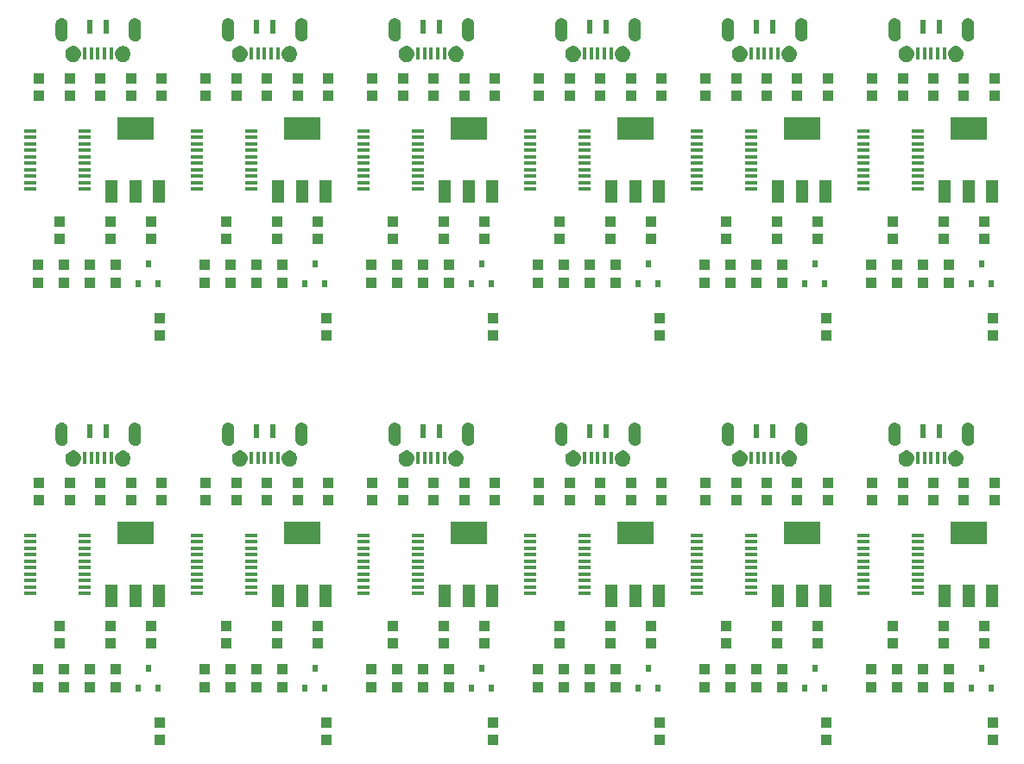
<source format=gtp>
G75*
G70*
%OFA0B0*%
%FSLAX25Y25*%
%IPPOS*%
%LPD*%
%AMOC8*
5,1,8,0,0,1.08239X$1,22.5*
%
%ADD12R,0.14170X0.08660*%
%ADD26C,0.00500*%
%ADD40R,0.04330X0.03940*%
%ADD41R,0.04800X0.08800*%
%ADD48R,0.02360X0.02760*%
%ADD50C,0.00200*%
%ADD55R,0.01570X0.04920*%
%ADD64R,0.02360X0.05310*%
%ADD66R,0.03940X0.04330*%
%ADD73R,0.04500X0.01500*%
X0010000Y0010000D02*
G75*
%LPD*%
D66*
X0017500Y0057640D03*
X0017500Y0064330D03*
X0025750Y0074570D03*
X0025750Y0081260D03*
X0045440Y0081260D03*
X0045440Y0074570D03*
X0061180Y0074570D03*
X0061180Y0081260D03*
X0064380Y0043710D03*
X0064380Y0037010D03*
X0065120Y0129690D03*
X0065120Y0136380D03*
X0053310Y0136380D03*
X0053310Y0129690D03*
X0029690Y0129690D03*
X0029690Y0136380D03*
D40*
X0041500Y0136380D03*
X0041500Y0129690D03*
X0017880Y0129690D03*
X0017880Y0136380D03*
X0027500Y0064330D03*
X0027500Y0057640D03*
X0037500Y0057640D03*
X0037500Y0064330D03*
X0047500Y0064330D03*
X0047500Y0057640D03*
D73*
X0035550Y0093670D03*
X0035550Y0096170D03*
X0035550Y0098670D03*
X0035550Y0101170D03*
X0035550Y0103670D03*
X0035550Y0106170D03*
X0035550Y0108670D03*
X0035550Y0111170D03*
X0035550Y0113670D03*
X0035550Y0116170D03*
X0014450Y0116170D03*
X0014450Y0113670D03*
X0014450Y0111170D03*
X0014450Y0108670D03*
X0014450Y0106170D03*
X0014450Y0103670D03*
X0014450Y0101170D03*
X0014450Y0098670D03*
X0014450Y0096170D03*
X0014450Y0093670D03*
D48*
X0056260Y0057050D03*
X0060000Y0064920D03*
X0063740Y0057050D03*
D41*
X0064100Y0092720D03*
X0055000Y0092720D03*
X0045900Y0092720D03*
D12*
X0055000Y0117120D03*
D64*
X0043740Y0156560D03*
X0037440Y0156560D03*
D55*
X0038030Y0146020D03*
X0035480Y0146020D03*
X0040590Y0146020D03*
X0043150Y0146020D03*
X0045710Y0146020D03*
D50*
X0053010Y0151990D02*
X0052750Y0152430D01*
X0052600Y0152900D01*
X0052550Y0153410D01*
X0052550Y0157540D01*
X0052610Y0158020D01*
X0052770Y0158480D01*
X0053020Y0158890D01*
X0053370Y0159230D01*
X0053780Y0159490D01*
X0054240Y0159650D01*
X0054720Y0159700D01*
X0055160Y0159660D01*
X0055590Y0159520D01*
X0055980Y0159300D01*
X0056320Y0159000D01*
X0056590Y0158640D01*
X0056780Y0158230D01*
X0056880Y0157790D01*
X0056880Y0157340D01*
X0056880Y0153050D01*
X0056840Y0152640D01*
X0056710Y0152250D01*
X0056510Y0151890D01*
X0056240Y0151570D01*
X0055910Y0151330D01*
X0055530Y0151150D01*
X0055130Y0151050D01*
X0054720Y0151040D01*
X0054220Y0151130D01*
X0053760Y0151330D01*
X0053350Y0151620D01*
X0053010Y0151990D01*
X0053070Y0151920D02*
X0056530Y0151920D01*
X0056630Y0152100D02*
X0052940Y0152100D01*
X0052840Y0152280D02*
X0056730Y0152280D01*
X0056790Y0152470D02*
X0052740Y0152470D01*
X0052680Y0152650D02*
X0056840Y0152650D01*
X0056860Y0152830D02*
X0052620Y0152830D01*
X0052590Y0153010D02*
X0056880Y0153010D01*
X0056880Y0153190D02*
X0052570Y0153190D01*
X0052560Y0153380D02*
X0056880Y0153380D01*
X0056880Y0153560D02*
X0052550Y0153560D01*
X0052550Y0153740D02*
X0056880Y0153740D01*
X0056880Y0153920D02*
X0052550Y0153920D01*
X0052550Y0154100D02*
X0056880Y0154100D01*
X0056880Y0154280D02*
X0052550Y0154280D01*
X0052550Y0154470D02*
X0056880Y0154470D01*
X0056880Y0154650D02*
X0052550Y0154650D01*
X0052550Y0154830D02*
X0056880Y0154830D01*
X0056880Y0155010D02*
X0052550Y0155010D01*
X0052550Y0155190D02*
X0056880Y0155190D01*
X0056880Y0155380D02*
X0052550Y0155380D01*
X0052550Y0155560D02*
X0056880Y0155560D01*
X0056880Y0155740D02*
X0052550Y0155740D01*
X0052550Y0155920D02*
X0056880Y0155920D01*
X0056880Y0156100D02*
X0052550Y0156100D01*
X0052550Y0156280D02*
X0056880Y0156280D01*
X0056880Y0156470D02*
X0052550Y0156470D01*
X0052550Y0156650D02*
X0056880Y0156650D01*
X0056880Y0156830D02*
X0052550Y0156830D01*
X0052550Y0157010D02*
X0056880Y0157010D01*
X0056880Y0157190D02*
X0052550Y0157190D01*
X0052550Y0157380D02*
X0056880Y0157380D01*
X0056880Y0157560D02*
X0052550Y0157560D01*
X0052570Y0157740D02*
X0056880Y0157740D01*
X0056850Y0157920D02*
X0052600Y0157920D01*
X0052640Y0158100D02*
X0056800Y0158100D01*
X0056750Y0158290D02*
X0052700Y0158290D01*
X0052760Y0158470D02*
X0056670Y0158470D01*
X0056580Y0158650D02*
X0052870Y0158650D01*
X0052990Y0158830D02*
X0056450Y0158830D01*
X0056310Y0159010D02*
X0053150Y0159010D01*
X0053330Y0159190D02*
X0056100Y0159190D01*
X0055850Y0159380D02*
X0053600Y0159380D01*
X0053970Y0159560D02*
X0055480Y0159560D01*
X0056380Y0151740D02*
X0053240Y0151740D01*
X0053440Y0151560D02*
X0056210Y0151560D01*
X0055970Y0151370D02*
X0053700Y0151370D01*
X0054090Y0151190D02*
X0055620Y0151190D01*
X0028580Y0153050D02*
X0028530Y0152640D01*
X0028410Y0152250D01*
X0028200Y0151890D01*
X0027930Y0151570D01*
X0027600Y0151330D01*
X0027230Y0151150D01*
X0026820Y0151050D01*
X0026410Y0151040D01*
X0025920Y0151130D01*
X0025450Y0151330D01*
X0025040Y0151620D01*
X0024700Y0151990D01*
X0024450Y0152430D01*
X0024290Y0152900D01*
X0024250Y0153410D01*
X0024250Y0157540D01*
X0024300Y0158020D01*
X0024460Y0158480D01*
X0024720Y0158890D01*
X0025060Y0159230D01*
X0025470Y0159490D01*
X0025930Y0159650D01*
X0026410Y0159700D01*
X0026860Y0159660D01*
X0027290Y0159520D01*
X0027680Y0159300D01*
X0028010Y0159000D01*
X0028280Y0158640D01*
X0028470Y0158230D01*
X0028570Y0157790D01*
X0028580Y0157340D01*
X0028580Y0153050D01*
X0028570Y0153010D02*
X0024280Y0153010D01*
X0024270Y0153190D02*
X0028580Y0153190D01*
X0028580Y0153380D02*
X0024250Y0153380D01*
X0024250Y0153560D02*
X0028580Y0153560D01*
X0028580Y0153740D02*
X0024250Y0153740D01*
X0024250Y0153920D02*
X0028580Y0153920D01*
X0028580Y0154100D02*
X0024250Y0154100D01*
X0024250Y0154280D02*
X0028580Y0154280D01*
X0028580Y0154470D02*
X0024250Y0154470D01*
X0024250Y0154650D02*
X0028580Y0154650D01*
X0028580Y0154830D02*
X0024250Y0154830D01*
X0024250Y0155010D02*
X0028580Y0155010D01*
X0028580Y0155190D02*
X0024250Y0155190D01*
X0024250Y0155380D02*
X0028580Y0155380D01*
X0028580Y0155560D02*
X0024250Y0155560D01*
X0024250Y0155740D02*
X0028580Y0155740D01*
X0028580Y0155920D02*
X0024250Y0155920D01*
X0024250Y0156100D02*
X0028580Y0156100D01*
X0028580Y0156280D02*
X0024250Y0156280D01*
X0024250Y0156470D02*
X0028580Y0156470D01*
X0028580Y0156650D02*
X0024250Y0156650D01*
X0024250Y0156830D02*
X0028580Y0156830D01*
X0028580Y0157010D02*
X0024250Y0157010D01*
X0024250Y0157190D02*
X0028580Y0157190D01*
X0028580Y0157380D02*
X0024250Y0157380D01*
X0024250Y0157560D02*
X0028570Y0157560D01*
X0028570Y0157740D02*
X0024270Y0157740D01*
X0024290Y0157920D02*
X0028540Y0157920D01*
X0028500Y0158100D02*
X0024330Y0158100D01*
X0024390Y0158290D02*
X0028440Y0158290D01*
X0028360Y0158470D02*
X0024460Y0158470D01*
X0024570Y0158650D02*
X0028270Y0158650D01*
X0028140Y0158830D02*
X0024680Y0158830D01*
X0024840Y0159010D02*
X0028000Y0159010D01*
X0027790Y0159190D02*
X0025020Y0159190D01*
X0025290Y0159380D02*
X0027540Y0159380D01*
X0027170Y0159560D02*
X0025660Y0159560D01*
X0024320Y0152830D02*
X0028550Y0152830D01*
X0028530Y0152650D02*
X0024380Y0152650D01*
X0024430Y0152470D02*
X0028480Y0152470D01*
X0028420Y0152280D02*
X0024530Y0152280D01*
X0024640Y0152100D02*
X0028330Y0152100D01*
X0028220Y0151920D02*
X0024770Y0151920D01*
X0024930Y0151740D02*
X0028080Y0151740D01*
X0027910Y0151560D02*
X0025130Y0151560D01*
X0025390Y0151370D02*
X0027670Y0151370D01*
X0027320Y0151190D02*
X0025780Y0151190D01*
D26*
X0028860Y0147540D02*
X0028590Y0147040D01*
X0028430Y0146490D01*
X0028390Y0145930D01*
X0028430Y0145360D01*
X0028590Y0144810D01*
X0028860Y0144310D01*
X0029230Y0143880D01*
X0029690Y0143540D01*
X0030210Y0143300D01*
X0030760Y0143180D01*
X0031330Y0143180D01*
X0031890Y0143300D01*
X0032400Y0143540D01*
X0032860Y0143880D01*
X0033230Y0144310D01*
X0033500Y0144810D01*
X0033660Y0145360D01*
X0033700Y0145930D01*
X0033660Y0146490D01*
X0033500Y0147040D01*
X0033230Y0147540D01*
X0032860Y0147970D01*
X0032400Y0148310D01*
X0031890Y0148550D01*
X0031330Y0148670D01*
X0030760Y0148670D01*
X0030210Y0148550D01*
X0029690Y0148310D01*
X0029230Y0147970D01*
X0028860Y0147540D01*
X0029050Y0147750D02*
X0033040Y0147750D01*
X0033380Y0147270D02*
X0028710Y0147270D01*
X0028510Y0146780D02*
X0033580Y0146780D01*
X0033680Y0146300D02*
X0028420Y0146300D01*
X0028400Y0145810D02*
X0033700Y0145810D01*
X0033660Y0145330D02*
X0028440Y0145330D01*
X0028580Y0144840D02*
X0033510Y0144840D01*
X0033260Y0144360D02*
X0028830Y0144360D01*
X0029240Y0143870D02*
X0032850Y0143870D01*
X0032080Y0143390D02*
X0030020Y0143390D01*
X0029590Y0148240D02*
X0032500Y0148240D01*
X0047530Y0146490D02*
X0047690Y0147040D01*
X0047960Y0147540D01*
X0048330Y0147970D01*
X0048790Y0148310D01*
X0049310Y0148550D01*
X0049860Y0148670D01*
X0050430Y0148670D01*
X0050990Y0148550D01*
X0051500Y0148310D01*
X0051960Y0147970D01*
X0052330Y0147540D01*
X0052600Y0147040D01*
X0052760Y0146490D01*
X0052800Y0145930D01*
X0052760Y0145360D01*
X0052600Y0144810D01*
X0052330Y0144310D01*
X0051960Y0143880D01*
X0051500Y0143540D01*
X0050990Y0143300D01*
X0050430Y0143180D01*
X0049860Y0143180D01*
X0049310Y0143300D01*
X0048790Y0143540D01*
X0048330Y0143880D01*
X0047960Y0144310D01*
X0047690Y0144810D01*
X0047530Y0145360D01*
X0047490Y0145930D01*
X0047530Y0146490D01*
X0047520Y0146300D02*
X0052780Y0146300D01*
X0052800Y0145810D02*
X0047500Y0145810D01*
X0047540Y0145330D02*
X0052760Y0145330D01*
X0052610Y0144840D02*
X0047680Y0144840D01*
X0047930Y0144360D02*
X0052360Y0144360D01*
X0051950Y0143870D02*
X0048340Y0143870D01*
X0049120Y0143390D02*
X0051180Y0143390D01*
X0052680Y0146780D02*
X0047610Y0146780D01*
X0047810Y0147270D02*
X0052480Y0147270D01*
X0052140Y0147750D02*
X0048150Y0147750D01*
X0048690Y0148240D02*
X0051600Y0148240D01*
X0010000Y0166335D02*
G75*
%LPD*%
D66*
X0017500Y0213975D03*
X0017500Y0220665D03*
X0025750Y0230905D03*
X0025750Y0237595D03*
X0045440Y0237595D03*
X0045440Y0230905D03*
X0061180Y0230905D03*
X0061180Y0237595D03*
X0064380Y0200045D03*
X0064380Y0193345D03*
X0065120Y0286025D03*
X0065120Y0292715D03*
X0053310Y0292715D03*
X0053310Y0286025D03*
X0029690Y0286025D03*
X0029690Y0292715D03*
D40*
X0041500Y0292715D03*
X0041500Y0286025D03*
X0017880Y0286025D03*
X0017880Y0292715D03*
X0027500Y0220665D03*
X0027500Y0213975D03*
X0037500Y0213975D03*
X0037500Y0220665D03*
X0047500Y0220665D03*
X0047500Y0213975D03*
D73*
X0035550Y0250005D03*
X0035550Y0252505D03*
X0035550Y0255005D03*
X0035550Y0257505D03*
X0035550Y0260005D03*
X0035550Y0262505D03*
X0035550Y0265005D03*
X0035550Y0267505D03*
X0035550Y0270005D03*
X0035550Y0272505D03*
X0014450Y0272505D03*
X0014450Y0270005D03*
X0014450Y0267505D03*
X0014450Y0265005D03*
X0014450Y0262505D03*
X0014450Y0260005D03*
X0014450Y0257505D03*
X0014450Y0255005D03*
X0014450Y0252505D03*
X0014450Y0250005D03*
D48*
X0056260Y0213385D03*
X0060000Y0221255D03*
X0063740Y0213385D03*
D41*
X0064100Y0249055D03*
X0055000Y0249055D03*
X0045900Y0249055D03*
D12*
X0055000Y0273455D03*
D64*
X0043740Y0312895D03*
X0037440Y0312895D03*
D55*
X0038030Y0302355D03*
X0035480Y0302355D03*
X0040590Y0302355D03*
X0043150Y0302355D03*
X0045710Y0302355D03*
D50*
X0053010Y0308325D02*
X0052750Y0308765D01*
X0052600Y0309235D01*
X0052550Y0309745D01*
X0052550Y0313875D01*
X0052610Y0314355D01*
X0052770Y0314815D01*
X0053020Y0315225D01*
X0053370Y0315565D01*
X0053780Y0315825D01*
X0054240Y0315985D01*
X0054720Y0316035D01*
X0055160Y0315995D01*
X0055590Y0315855D01*
X0055980Y0315635D01*
X0056320Y0315335D01*
X0056590Y0314975D01*
X0056780Y0314565D01*
X0056880Y0314125D01*
X0056880Y0313675D01*
X0056880Y0309385D01*
X0056840Y0308975D01*
X0056710Y0308585D01*
X0056510Y0308225D01*
X0056240Y0307905D01*
X0055910Y0307665D01*
X0055530Y0307485D01*
X0055130Y0307385D01*
X0054720Y0307375D01*
X0054220Y0307465D01*
X0053760Y0307665D01*
X0053350Y0307955D01*
X0053010Y0308325D01*
X0053070Y0308255D02*
X0056530Y0308255D01*
X0056630Y0308435D02*
X0052940Y0308435D01*
X0052840Y0308615D02*
X0056730Y0308615D01*
X0056790Y0308805D02*
X0052740Y0308805D01*
X0052680Y0308985D02*
X0056840Y0308985D01*
X0056860Y0309165D02*
X0052620Y0309165D01*
X0052590Y0309345D02*
X0056880Y0309345D01*
X0056880Y0309525D02*
X0052570Y0309525D01*
X0052560Y0309715D02*
X0056880Y0309715D01*
X0056880Y0309895D02*
X0052550Y0309895D01*
X0052550Y0310075D02*
X0056880Y0310075D01*
X0056880Y0310255D02*
X0052550Y0310255D01*
X0052550Y0310435D02*
X0056880Y0310435D01*
X0056880Y0310615D02*
X0052550Y0310615D01*
X0052550Y0310805D02*
X0056880Y0310805D01*
X0056880Y0310985D02*
X0052550Y0310985D01*
X0052550Y0311165D02*
X0056880Y0311165D01*
X0056880Y0311345D02*
X0052550Y0311345D01*
X0052550Y0311525D02*
X0056880Y0311525D01*
X0056880Y0311715D02*
X0052550Y0311715D01*
X0052550Y0311895D02*
X0056880Y0311895D01*
X0056880Y0312075D02*
X0052550Y0312075D01*
X0052550Y0312255D02*
X0056880Y0312255D01*
X0056880Y0312435D02*
X0052550Y0312435D01*
X0052550Y0312615D02*
X0056880Y0312615D01*
X0056880Y0312805D02*
X0052550Y0312805D01*
X0052550Y0312985D02*
X0056880Y0312985D01*
X0056880Y0313165D02*
X0052550Y0313165D01*
X0052550Y0313345D02*
X0056880Y0313345D01*
X0056880Y0313525D02*
X0052550Y0313525D01*
X0052550Y0313715D02*
X0056880Y0313715D01*
X0056880Y0313895D02*
X0052550Y0313895D01*
X0052570Y0314075D02*
X0056880Y0314075D01*
X0056850Y0314255D02*
X0052600Y0314255D01*
X0052640Y0314435D02*
X0056800Y0314435D01*
X0056750Y0314625D02*
X0052700Y0314625D01*
X0052760Y0314805D02*
X0056670Y0314805D01*
X0056580Y0314985D02*
X0052870Y0314985D01*
X0052990Y0315165D02*
X0056450Y0315165D01*
X0056310Y0315345D02*
X0053150Y0315345D01*
X0053330Y0315525D02*
X0056100Y0315525D01*
X0055850Y0315715D02*
X0053600Y0315715D01*
X0053970Y0315895D02*
X0055480Y0315895D01*
X0056380Y0308075D02*
X0053240Y0308075D01*
X0053440Y0307895D02*
X0056210Y0307895D01*
X0055970Y0307705D02*
X0053700Y0307705D01*
X0054090Y0307525D02*
X0055620Y0307525D01*
X0028580Y0309385D02*
X0028530Y0308975D01*
X0028410Y0308585D01*
X0028200Y0308225D01*
X0027930Y0307905D01*
X0027600Y0307665D01*
X0027230Y0307485D01*
X0026820Y0307385D01*
X0026410Y0307375D01*
X0025920Y0307465D01*
X0025450Y0307665D01*
X0025040Y0307955D01*
X0024700Y0308325D01*
X0024450Y0308765D01*
X0024290Y0309235D01*
X0024250Y0309745D01*
X0024250Y0313875D01*
X0024300Y0314355D01*
X0024460Y0314815D01*
X0024720Y0315225D01*
X0025060Y0315565D01*
X0025470Y0315825D01*
X0025930Y0315985D01*
X0026410Y0316035D01*
X0026860Y0315995D01*
X0027290Y0315855D01*
X0027680Y0315635D01*
X0028010Y0315335D01*
X0028280Y0314975D01*
X0028470Y0314565D01*
X0028570Y0314125D01*
X0028580Y0313675D01*
X0028580Y0309385D01*
X0028570Y0309345D02*
X0024280Y0309345D01*
X0024270Y0309525D02*
X0028580Y0309525D01*
X0028580Y0309715D02*
X0024250Y0309715D01*
X0024250Y0309895D02*
X0028580Y0309895D01*
X0028580Y0310075D02*
X0024250Y0310075D01*
X0024250Y0310255D02*
X0028580Y0310255D01*
X0028580Y0310435D02*
X0024250Y0310435D01*
X0024250Y0310615D02*
X0028580Y0310615D01*
X0028580Y0310805D02*
X0024250Y0310805D01*
X0024250Y0310985D02*
X0028580Y0310985D01*
X0028580Y0311165D02*
X0024250Y0311165D01*
X0024250Y0311345D02*
X0028580Y0311345D01*
X0028580Y0311525D02*
X0024250Y0311525D01*
X0024250Y0311715D02*
X0028580Y0311715D01*
X0028580Y0311895D02*
X0024250Y0311895D01*
X0024250Y0312075D02*
X0028580Y0312075D01*
X0028580Y0312255D02*
X0024250Y0312255D01*
X0024250Y0312435D02*
X0028580Y0312435D01*
X0028580Y0312615D02*
X0024250Y0312615D01*
X0024250Y0312805D02*
X0028580Y0312805D01*
X0028580Y0312985D02*
X0024250Y0312985D01*
X0024250Y0313165D02*
X0028580Y0313165D01*
X0028580Y0313345D02*
X0024250Y0313345D01*
X0024250Y0313525D02*
X0028580Y0313525D01*
X0028580Y0313715D02*
X0024250Y0313715D01*
X0024250Y0313895D02*
X0028570Y0313895D01*
X0028570Y0314075D02*
X0024270Y0314075D01*
X0024290Y0314255D02*
X0028540Y0314255D01*
X0028500Y0314435D02*
X0024330Y0314435D01*
X0024390Y0314625D02*
X0028440Y0314625D01*
X0028360Y0314805D02*
X0024460Y0314805D01*
X0024570Y0314985D02*
X0028270Y0314985D01*
X0028140Y0315165D02*
X0024680Y0315165D01*
X0024840Y0315345D02*
X0028000Y0315345D01*
X0027790Y0315525D02*
X0025020Y0315525D01*
X0025290Y0315715D02*
X0027540Y0315715D01*
X0027170Y0315895D02*
X0025660Y0315895D01*
X0024320Y0309165D02*
X0028550Y0309165D01*
X0028530Y0308985D02*
X0024380Y0308985D01*
X0024430Y0308805D02*
X0028480Y0308805D01*
X0028420Y0308615D02*
X0024530Y0308615D01*
X0024640Y0308435D02*
X0028330Y0308435D01*
X0028220Y0308255D02*
X0024770Y0308255D01*
X0024930Y0308075D02*
X0028080Y0308075D01*
X0027910Y0307895D02*
X0025130Y0307895D01*
X0025390Y0307705D02*
X0027670Y0307705D01*
X0027320Y0307525D02*
X0025780Y0307525D01*
D26*
X0028860Y0303875D02*
X0028590Y0303375D01*
X0028430Y0302825D01*
X0028390Y0302265D01*
X0028430Y0301695D01*
X0028590Y0301145D01*
X0028860Y0300645D01*
X0029230Y0300215D01*
X0029690Y0299875D01*
X0030210Y0299635D01*
X0030760Y0299515D01*
X0031330Y0299515D01*
X0031890Y0299635D01*
X0032400Y0299875D01*
X0032860Y0300215D01*
X0033230Y0300645D01*
X0033500Y0301145D01*
X0033660Y0301695D01*
X0033700Y0302265D01*
X0033660Y0302825D01*
X0033500Y0303375D01*
X0033230Y0303875D01*
X0032860Y0304305D01*
X0032400Y0304645D01*
X0031890Y0304885D01*
X0031330Y0305005D01*
X0030760Y0305005D01*
X0030210Y0304885D01*
X0029690Y0304645D01*
X0029230Y0304305D01*
X0028860Y0303875D01*
X0029050Y0304085D02*
X0033040Y0304085D01*
X0033380Y0303605D02*
X0028710Y0303605D01*
X0028510Y0303115D02*
X0033580Y0303115D01*
X0033680Y0302635D02*
X0028420Y0302635D01*
X0028400Y0302145D02*
X0033700Y0302145D01*
X0033660Y0301665D02*
X0028440Y0301665D01*
X0028580Y0301175D02*
X0033510Y0301175D01*
X0033260Y0300695D02*
X0028830Y0300695D01*
X0029240Y0300205D02*
X0032850Y0300205D01*
X0032080Y0299725D02*
X0030020Y0299725D01*
X0029590Y0304575D02*
X0032500Y0304575D01*
X0047530Y0302825D02*
X0047690Y0303375D01*
X0047960Y0303875D01*
X0048330Y0304305D01*
X0048790Y0304645D01*
X0049310Y0304885D01*
X0049860Y0305005D01*
X0050430Y0305005D01*
X0050990Y0304885D01*
X0051500Y0304645D01*
X0051960Y0304305D01*
X0052330Y0303875D01*
X0052600Y0303375D01*
X0052760Y0302825D01*
X0052800Y0302265D01*
X0052760Y0301695D01*
X0052600Y0301145D01*
X0052330Y0300645D01*
X0051960Y0300215D01*
X0051500Y0299875D01*
X0050990Y0299635D01*
X0050430Y0299515D01*
X0049860Y0299515D01*
X0049310Y0299635D01*
X0048790Y0299875D01*
X0048330Y0300215D01*
X0047960Y0300645D01*
X0047690Y0301145D01*
X0047530Y0301695D01*
X0047490Y0302265D01*
X0047530Y0302825D01*
X0047520Y0302635D02*
X0052780Y0302635D01*
X0052800Y0302145D02*
X0047500Y0302145D01*
X0047540Y0301665D02*
X0052760Y0301665D01*
X0052610Y0301175D02*
X0047680Y0301175D01*
X0047930Y0300695D02*
X0052360Y0300695D01*
X0051950Y0300205D02*
X0048340Y0300205D01*
X0049120Y0299725D02*
X0051180Y0299725D01*
X0052680Y0303115D02*
X0047610Y0303115D01*
X0047810Y0303605D02*
X0052480Y0303605D01*
X0052140Y0304085D02*
X0048150Y0304085D01*
X0048690Y0304575D02*
X0051600Y0304575D01*
X0074325Y0010000D02*
G75*
%LPD*%
D66*
X0081825Y0057640D03*
X0081825Y0064330D03*
X0090075Y0074570D03*
X0090075Y0081260D03*
X0109765Y0081260D03*
X0109765Y0074570D03*
X0125505Y0074570D03*
X0125505Y0081260D03*
X0128705Y0043710D03*
X0128705Y0037010D03*
X0129445Y0129690D03*
X0129445Y0136380D03*
X0117635Y0136380D03*
X0117635Y0129690D03*
X0094015Y0129690D03*
X0094015Y0136380D03*
D40*
X0105825Y0136380D03*
X0105825Y0129690D03*
X0082205Y0129690D03*
X0082205Y0136380D03*
X0091825Y0064330D03*
X0091825Y0057640D03*
X0101825Y0057640D03*
X0101825Y0064330D03*
X0111825Y0064330D03*
X0111825Y0057640D03*
D73*
X0099875Y0093670D03*
X0099875Y0096170D03*
X0099875Y0098670D03*
X0099875Y0101170D03*
X0099875Y0103670D03*
X0099875Y0106170D03*
X0099875Y0108670D03*
X0099875Y0111170D03*
X0099875Y0113670D03*
X0099875Y0116170D03*
X0078775Y0116170D03*
X0078775Y0113670D03*
X0078775Y0111170D03*
X0078775Y0108670D03*
X0078775Y0106170D03*
X0078775Y0103670D03*
X0078775Y0101170D03*
X0078775Y0098670D03*
X0078775Y0096170D03*
X0078775Y0093670D03*
D48*
X0120585Y0057050D03*
X0124325Y0064920D03*
X0128065Y0057050D03*
D41*
X0128425Y0092720D03*
X0119325Y0092720D03*
X0110225Y0092720D03*
D12*
X0119325Y0117120D03*
D64*
X0108065Y0156560D03*
X0101765Y0156560D03*
D55*
X0102355Y0146020D03*
X0099805Y0146020D03*
X0104915Y0146020D03*
X0107475Y0146020D03*
X0110035Y0146020D03*
D50*
X0117335Y0151990D02*
X0117075Y0152430D01*
X0116925Y0152900D01*
X0116875Y0153410D01*
X0116875Y0157540D01*
X0116935Y0158020D01*
X0117095Y0158480D01*
X0117345Y0158890D01*
X0117695Y0159230D01*
X0118105Y0159490D01*
X0118565Y0159650D01*
X0119045Y0159700D01*
X0119485Y0159660D01*
X0119915Y0159520D01*
X0120305Y0159300D01*
X0120645Y0159000D01*
X0120915Y0158640D01*
X0121105Y0158230D01*
X0121205Y0157790D01*
X0121205Y0157340D01*
X0121205Y0153050D01*
X0121165Y0152640D01*
X0121035Y0152250D01*
X0120835Y0151890D01*
X0120565Y0151570D01*
X0120235Y0151330D01*
X0119855Y0151150D01*
X0119455Y0151050D01*
X0119045Y0151040D01*
X0118545Y0151130D01*
X0118085Y0151330D01*
X0117675Y0151620D01*
X0117335Y0151990D01*
X0117395Y0151920D02*
X0120855Y0151920D01*
X0120955Y0152100D02*
X0117265Y0152100D01*
X0117165Y0152280D02*
X0121055Y0152280D01*
X0121115Y0152470D02*
X0117065Y0152470D01*
X0117005Y0152650D02*
X0121165Y0152650D01*
X0121185Y0152830D02*
X0116945Y0152830D01*
X0116915Y0153010D02*
X0121205Y0153010D01*
X0121205Y0153190D02*
X0116895Y0153190D01*
X0116885Y0153380D02*
X0121205Y0153380D01*
X0121205Y0153560D02*
X0116875Y0153560D01*
X0116875Y0153740D02*
X0121205Y0153740D01*
X0121205Y0153920D02*
X0116875Y0153920D01*
X0116875Y0154100D02*
X0121205Y0154100D01*
X0121205Y0154280D02*
X0116875Y0154280D01*
X0116875Y0154470D02*
X0121205Y0154470D01*
X0121205Y0154650D02*
X0116875Y0154650D01*
X0116875Y0154830D02*
X0121205Y0154830D01*
X0121205Y0155010D02*
X0116875Y0155010D01*
X0116875Y0155190D02*
X0121205Y0155190D01*
X0121205Y0155380D02*
X0116875Y0155380D01*
X0116875Y0155560D02*
X0121205Y0155560D01*
X0121205Y0155740D02*
X0116875Y0155740D01*
X0116875Y0155920D02*
X0121205Y0155920D01*
X0121205Y0156100D02*
X0116875Y0156100D01*
X0116875Y0156280D02*
X0121205Y0156280D01*
X0121205Y0156470D02*
X0116875Y0156470D01*
X0116875Y0156650D02*
X0121205Y0156650D01*
X0121205Y0156830D02*
X0116875Y0156830D01*
X0116875Y0157010D02*
X0121205Y0157010D01*
X0121205Y0157190D02*
X0116875Y0157190D01*
X0116875Y0157380D02*
X0121205Y0157380D01*
X0121205Y0157560D02*
X0116875Y0157560D01*
X0116895Y0157740D02*
X0121205Y0157740D01*
X0121175Y0157920D02*
X0116925Y0157920D01*
X0116965Y0158100D02*
X0121125Y0158100D01*
X0121075Y0158290D02*
X0117025Y0158290D01*
X0117085Y0158470D02*
X0120995Y0158470D01*
X0120905Y0158650D02*
X0117195Y0158650D01*
X0117315Y0158830D02*
X0120775Y0158830D01*
X0120635Y0159010D02*
X0117475Y0159010D01*
X0117655Y0159190D02*
X0120425Y0159190D01*
X0120175Y0159380D02*
X0117925Y0159380D01*
X0118295Y0159560D02*
X0119805Y0159560D01*
X0120705Y0151740D02*
X0117565Y0151740D01*
X0117765Y0151560D02*
X0120535Y0151560D01*
X0120295Y0151370D02*
X0118025Y0151370D01*
X0118415Y0151190D02*
X0119945Y0151190D01*
X0092905Y0153050D02*
X0092855Y0152640D01*
X0092735Y0152250D01*
X0092525Y0151890D01*
X0092255Y0151570D01*
X0091925Y0151330D01*
X0091555Y0151150D01*
X0091145Y0151050D01*
X0090735Y0151040D01*
X0090245Y0151130D01*
X0089775Y0151330D01*
X0089365Y0151620D01*
X0089025Y0151990D01*
X0088775Y0152430D01*
X0088615Y0152900D01*
X0088575Y0153410D01*
X0088575Y0157540D01*
X0088625Y0158020D01*
X0088785Y0158480D01*
X0089045Y0158890D01*
X0089385Y0159230D01*
X0089795Y0159490D01*
X0090255Y0159650D01*
X0090735Y0159700D01*
X0091185Y0159660D01*
X0091615Y0159520D01*
X0092005Y0159300D01*
X0092335Y0159000D01*
X0092605Y0158640D01*
X0092795Y0158230D01*
X0092895Y0157790D01*
X0092905Y0157340D01*
X0092905Y0153050D01*
X0092895Y0153010D02*
X0088605Y0153010D01*
X0088595Y0153190D02*
X0092905Y0153190D01*
X0092905Y0153380D02*
X0088575Y0153380D01*
X0088575Y0153560D02*
X0092905Y0153560D01*
X0092905Y0153740D02*
X0088575Y0153740D01*
X0088575Y0153920D02*
X0092905Y0153920D01*
X0092905Y0154100D02*
X0088575Y0154100D01*
X0088575Y0154280D02*
X0092905Y0154280D01*
X0092905Y0154470D02*
X0088575Y0154470D01*
X0088575Y0154650D02*
X0092905Y0154650D01*
X0092905Y0154830D02*
X0088575Y0154830D01*
X0088575Y0155010D02*
X0092905Y0155010D01*
X0092905Y0155190D02*
X0088575Y0155190D01*
X0088575Y0155380D02*
X0092905Y0155380D01*
X0092905Y0155560D02*
X0088575Y0155560D01*
X0088575Y0155740D02*
X0092905Y0155740D01*
X0092905Y0155920D02*
X0088575Y0155920D01*
X0088575Y0156100D02*
X0092905Y0156100D01*
X0092905Y0156280D02*
X0088575Y0156280D01*
X0088575Y0156470D02*
X0092905Y0156470D01*
X0092905Y0156650D02*
X0088575Y0156650D01*
X0088575Y0156830D02*
X0092905Y0156830D01*
X0092905Y0157010D02*
X0088575Y0157010D01*
X0088575Y0157190D02*
X0092905Y0157190D01*
X0092905Y0157380D02*
X0088575Y0157380D01*
X0088575Y0157560D02*
X0092895Y0157560D01*
X0092895Y0157740D02*
X0088595Y0157740D01*
X0088615Y0157920D02*
X0092865Y0157920D01*
X0092825Y0158100D02*
X0088655Y0158100D01*
X0088715Y0158290D02*
X0092765Y0158290D01*
X0092685Y0158470D02*
X0088785Y0158470D01*
X0088895Y0158650D02*
X0092595Y0158650D01*
X0092465Y0158830D02*
X0089005Y0158830D01*
X0089165Y0159010D02*
X0092325Y0159010D01*
X0092115Y0159190D02*
X0089345Y0159190D01*
X0089615Y0159380D02*
X0091865Y0159380D01*
X0091495Y0159560D02*
X0089985Y0159560D01*
X0088645Y0152830D02*
X0092875Y0152830D01*
X0092855Y0152650D02*
X0088705Y0152650D01*
X0088755Y0152470D02*
X0092805Y0152470D01*
X0092745Y0152280D02*
X0088855Y0152280D01*
X0088965Y0152100D02*
X0092655Y0152100D01*
X0092545Y0151920D02*
X0089095Y0151920D01*
X0089255Y0151740D02*
X0092405Y0151740D01*
X0092235Y0151560D02*
X0089455Y0151560D01*
X0089715Y0151370D02*
X0091995Y0151370D01*
X0091645Y0151190D02*
X0090105Y0151190D01*
D26*
X0093185Y0147540D02*
X0092915Y0147040D01*
X0092755Y0146490D01*
X0092715Y0145930D01*
X0092755Y0145360D01*
X0092915Y0144810D01*
X0093185Y0144310D01*
X0093555Y0143880D01*
X0094015Y0143540D01*
X0094535Y0143300D01*
X0095085Y0143180D01*
X0095655Y0143180D01*
X0096215Y0143300D01*
X0096725Y0143540D01*
X0097185Y0143880D01*
X0097555Y0144310D01*
X0097825Y0144810D01*
X0097985Y0145360D01*
X0098025Y0145930D01*
X0097985Y0146490D01*
X0097825Y0147040D01*
X0097555Y0147540D01*
X0097185Y0147970D01*
X0096725Y0148310D01*
X0096215Y0148550D01*
X0095655Y0148670D01*
X0095085Y0148670D01*
X0094535Y0148550D01*
X0094015Y0148310D01*
X0093555Y0147970D01*
X0093185Y0147540D01*
X0093375Y0147750D02*
X0097365Y0147750D01*
X0097705Y0147270D02*
X0093035Y0147270D01*
X0092835Y0146780D02*
X0097905Y0146780D01*
X0098005Y0146300D02*
X0092745Y0146300D01*
X0092725Y0145810D02*
X0098025Y0145810D01*
X0097985Y0145330D02*
X0092765Y0145330D01*
X0092905Y0144840D02*
X0097835Y0144840D01*
X0097585Y0144360D02*
X0093155Y0144360D01*
X0093565Y0143870D02*
X0097175Y0143870D01*
X0096405Y0143390D02*
X0094345Y0143390D01*
X0093915Y0148240D02*
X0096825Y0148240D01*
X0111855Y0146490D02*
X0112015Y0147040D01*
X0112285Y0147540D01*
X0112655Y0147970D01*
X0113115Y0148310D01*
X0113635Y0148550D01*
X0114185Y0148670D01*
X0114755Y0148670D01*
X0115315Y0148550D01*
X0115825Y0148310D01*
X0116285Y0147970D01*
X0116655Y0147540D01*
X0116925Y0147040D01*
X0117085Y0146490D01*
X0117125Y0145930D01*
X0117085Y0145360D01*
X0116925Y0144810D01*
X0116655Y0144310D01*
X0116285Y0143880D01*
X0115825Y0143540D01*
X0115315Y0143300D01*
X0114755Y0143180D01*
X0114185Y0143180D01*
X0113635Y0143300D01*
X0113115Y0143540D01*
X0112655Y0143880D01*
X0112285Y0144310D01*
X0112015Y0144810D01*
X0111855Y0145360D01*
X0111815Y0145930D01*
X0111855Y0146490D01*
X0111845Y0146300D02*
X0117105Y0146300D01*
X0117125Y0145810D02*
X0111825Y0145810D01*
X0111865Y0145330D02*
X0117085Y0145330D01*
X0116935Y0144840D02*
X0112005Y0144840D01*
X0112255Y0144360D02*
X0116685Y0144360D01*
X0116275Y0143870D02*
X0112665Y0143870D01*
X0113445Y0143390D02*
X0115505Y0143390D01*
X0117005Y0146780D02*
X0111935Y0146780D01*
X0112135Y0147270D02*
X0116805Y0147270D01*
X0116465Y0147750D02*
X0112475Y0147750D01*
X0113015Y0148240D02*
X0115925Y0148240D01*
X0074325Y0166335D02*
G75*
%LPD*%
D66*
X0081825Y0213975D03*
X0081825Y0220665D03*
X0090075Y0230905D03*
X0090075Y0237595D03*
X0109765Y0237595D03*
X0109765Y0230905D03*
X0125505Y0230905D03*
X0125505Y0237595D03*
X0128705Y0200045D03*
X0128705Y0193345D03*
X0129445Y0286025D03*
X0129445Y0292715D03*
X0117635Y0292715D03*
X0117635Y0286025D03*
X0094015Y0286025D03*
X0094015Y0292715D03*
D40*
X0105825Y0292715D03*
X0105825Y0286025D03*
X0082205Y0286025D03*
X0082205Y0292715D03*
X0091825Y0220665D03*
X0091825Y0213975D03*
X0101825Y0213975D03*
X0101825Y0220665D03*
X0111825Y0220665D03*
X0111825Y0213975D03*
D73*
X0099875Y0250005D03*
X0099875Y0252505D03*
X0099875Y0255005D03*
X0099875Y0257505D03*
X0099875Y0260005D03*
X0099875Y0262505D03*
X0099875Y0265005D03*
X0099875Y0267505D03*
X0099875Y0270005D03*
X0099875Y0272505D03*
X0078775Y0272505D03*
X0078775Y0270005D03*
X0078775Y0267505D03*
X0078775Y0265005D03*
X0078775Y0262505D03*
X0078775Y0260005D03*
X0078775Y0257505D03*
X0078775Y0255005D03*
X0078775Y0252505D03*
X0078775Y0250005D03*
D48*
X0120585Y0213385D03*
X0124325Y0221255D03*
X0128065Y0213385D03*
D41*
X0128425Y0249055D03*
X0119325Y0249055D03*
X0110225Y0249055D03*
D12*
X0119325Y0273455D03*
D64*
X0108065Y0312895D03*
X0101765Y0312895D03*
D55*
X0102355Y0302355D03*
X0099805Y0302355D03*
X0104915Y0302355D03*
X0107475Y0302355D03*
X0110035Y0302355D03*
D50*
X0117335Y0308325D02*
X0117075Y0308765D01*
X0116925Y0309235D01*
X0116875Y0309745D01*
X0116875Y0313875D01*
X0116935Y0314355D01*
X0117095Y0314815D01*
X0117345Y0315225D01*
X0117695Y0315565D01*
X0118105Y0315825D01*
X0118565Y0315985D01*
X0119045Y0316035D01*
X0119485Y0315995D01*
X0119915Y0315855D01*
X0120305Y0315635D01*
X0120645Y0315335D01*
X0120915Y0314975D01*
X0121105Y0314565D01*
X0121205Y0314125D01*
X0121205Y0313675D01*
X0121205Y0309385D01*
X0121165Y0308975D01*
X0121035Y0308585D01*
X0120835Y0308225D01*
X0120565Y0307905D01*
X0120235Y0307665D01*
X0119855Y0307485D01*
X0119455Y0307385D01*
X0119045Y0307375D01*
X0118545Y0307465D01*
X0118085Y0307665D01*
X0117675Y0307955D01*
X0117335Y0308325D01*
X0117395Y0308255D02*
X0120855Y0308255D01*
X0120955Y0308435D02*
X0117265Y0308435D01*
X0117165Y0308615D02*
X0121055Y0308615D01*
X0121115Y0308805D02*
X0117065Y0308805D01*
X0117005Y0308985D02*
X0121165Y0308985D01*
X0121185Y0309165D02*
X0116945Y0309165D01*
X0116915Y0309345D02*
X0121205Y0309345D01*
X0121205Y0309525D02*
X0116895Y0309525D01*
X0116885Y0309715D02*
X0121205Y0309715D01*
X0121205Y0309895D02*
X0116875Y0309895D01*
X0116875Y0310075D02*
X0121205Y0310075D01*
X0121205Y0310255D02*
X0116875Y0310255D01*
X0116875Y0310435D02*
X0121205Y0310435D01*
X0121205Y0310615D02*
X0116875Y0310615D01*
X0116875Y0310805D02*
X0121205Y0310805D01*
X0121205Y0310985D02*
X0116875Y0310985D01*
X0116875Y0311165D02*
X0121205Y0311165D01*
X0121205Y0311345D02*
X0116875Y0311345D01*
X0116875Y0311525D02*
X0121205Y0311525D01*
X0121205Y0311715D02*
X0116875Y0311715D01*
X0116875Y0311895D02*
X0121205Y0311895D01*
X0121205Y0312075D02*
X0116875Y0312075D01*
X0116875Y0312255D02*
X0121205Y0312255D01*
X0121205Y0312435D02*
X0116875Y0312435D01*
X0116875Y0312615D02*
X0121205Y0312615D01*
X0121205Y0312805D02*
X0116875Y0312805D01*
X0116875Y0312985D02*
X0121205Y0312985D01*
X0121205Y0313165D02*
X0116875Y0313165D01*
X0116875Y0313345D02*
X0121205Y0313345D01*
X0121205Y0313525D02*
X0116875Y0313525D01*
X0116875Y0313715D02*
X0121205Y0313715D01*
X0121205Y0313895D02*
X0116875Y0313895D01*
X0116895Y0314075D02*
X0121205Y0314075D01*
X0121175Y0314255D02*
X0116925Y0314255D01*
X0116965Y0314435D02*
X0121125Y0314435D01*
X0121075Y0314625D02*
X0117025Y0314625D01*
X0117085Y0314805D02*
X0120995Y0314805D01*
X0120905Y0314985D02*
X0117195Y0314985D01*
X0117315Y0315165D02*
X0120775Y0315165D01*
X0120635Y0315345D02*
X0117475Y0315345D01*
X0117655Y0315525D02*
X0120425Y0315525D01*
X0120175Y0315715D02*
X0117925Y0315715D01*
X0118295Y0315895D02*
X0119805Y0315895D01*
X0120705Y0308075D02*
X0117565Y0308075D01*
X0117765Y0307895D02*
X0120535Y0307895D01*
X0120295Y0307705D02*
X0118025Y0307705D01*
X0118415Y0307525D02*
X0119945Y0307525D01*
X0092905Y0309385D02*
X0092855Y0308975D01*
X0092735Y0308585D01*
X0092525Y0308225D01*
X0092255Y0307905D01*
X0091925Y0307665D01*
X0091555Y0307485D01*
X0091145Y0307385D01*
X0090735Y0307375D01*
X0090245Y0307465D01*
X0089775Y0307665D01*
X0089365Y0307955D01*
X0089025Y0308325D01*
X0088775Y0308765D01*
X0088615Y0309235D01*
X0088575Y0309745D01*
X0088575Y0313875D01*
X0088625Y0314355D01*
X0088785Y0314815D01*
X0089045Y0315225D01*
X0089385Y0315565D01*
X0089795Y0315825D01*
X0090255Y0315985D01*
X0090735Y0316035D01*
X0091185Y0315995D01*
X0091615Y0315855D01*
X0092005Y0315635D01*
X0092335Y0315335D01*
X0092605Y0314975D01*
X0092795Y0314565D01*
X0092895Y0314125D01*
X0092905Y0313675D01*
X0092905Y0309385D01*
X0092895Y0309345D02*
X0088605Y0309345D01*
X0088595Y0309525D02*
X0092905Y0309525D01*
X0092905Y0309715D02*
X0088575Y0309715D01*
X0088575Y0309895D02*
X0092905Y0309895D01*
X0092905Y0310075D02*
X0088575Y0310075D01*
X0088575Y0310255D02*
X0092905Y0310255D01*
X0092905Y0310435D02*
X0088575Y0310435D01*
X0088575Y0310615D02*
X0092905Y0310615D01*
X0092905Y0310805D02*
X0088575Y0310805D01*
X0088575Y0310985D02*
X0092905Y0310985D01*
X0092905Y0311165D02*
X0088575Y0311165D01*
X0088575Y0311345D02*
X0092905Y0311345D01*
X0092905Y0311525D02*
X0088575Y0311525D01*
X0088575Y0311715D02*
X0092905Y0311715D01*
X0092905Y0311895D02*
X0088575Y0311895D01*
X0088575Y0312075D02*
X0092905Y0312075D01*
X0092905Y0312255D02*
X0088575Y0312255D01*
X0088575Y0312435D02*
X0092905Y0312435D01*
X0092905Y0312615D02*
X0088575Y0312615D01*
X0088575Y0312805D02*
X0092905Y0312805D01*
X0092905Y0312985D02*
X0088575Y0312985D01*
X0088575Y0313165D02*
X0092905Y0313165D01*
X0092905Y0313345D02*
X0088575Y0313345D01*
X0088575Y0313525D02*
X0092905Y0313525D01*
X0092905Y0313715D02*
X0088575Y0313715D01*
X0088575Y0313895D02*
X0092895Y0313895D01*
X0092895Y0314075D02*
X0088595Y0314075D01*
X0088615Y0314255D02*
X0092865Y0314255D01*
X0092825Y0314435D02*
X0088655Y0314435D01*
X0088715Y0314625D02*
X0092765Y0314625D01*
X0092685Y0314805D02*
X0088785Y0314805D01*
X0088895Y0314985D02*
X0092595Y0314985D01*
X0092465Y0315165D02*
X0089005Y0315165D01*
X0089165Y0315345D02*
X0092325Y0315345D01*
X0092115Y0315525D02*
X0089345Y0315525D01*
X0089615Y0315715D02*
X0091865Y0315715D01*
X0091495Y0315895D02*
X0089985Y0315895D01*
X0088645Y0309165D02*
X0092875Y0309165D01*
X0092855Y0308985D02*
X0088705Y0308985D01*
X0088755Y0308805D02*
X0092805Y0308805D01*
X0092745Y0308615D02*
X0088855Y0308615D01*
X0088965Y0308435D02*
X0092655Y0308435D01*
X0092545Y0308255D02*
X0089095Y0308255D01*
X0089255Y0308075D02*
X0092405Y0308075D01*
X0092235Y0307895D02*
X0089455Y0307895D01*
X0089715Y0307705D02*
X0091995Y0307705D01*
X0091645Y0307525D02*
X0090105Y0307525D01*
D26*
X0093185Y0303875D02*
X0092915Y0303375D01*
X0092755Y0302825D01*
X0092715Y0302265D01*
X0092755Y0301695D01*
X0092915Y0301145D01*
X0093185Y0300645D01*
X0093555Y0300215D01*
X0094015Y0299875D01*
X0094535Y0299635D01*
X0095085Y0299515D01*
X0095655Y0299515D01*
X0096215Y0299635D01*
X0096725Y0299875D01*
X0097185Y0300215D01*
X0097555Y0300645D01*
X0097825Y0301145D01*
X0097985Y0301695D01*
X0098025Y0302265D01*
X0097985Y0302825D01*
X0097825Y0303375D01*
X0097555Y0303875D01*
X0097185Y0304305D01*
X0096725Y0304645D01*
X0096215Y0304885D01*
X0095655Y0305005D01*
X0095085Y0305005D01*
X0094535Y0304885D01*
X0094015Y0304645D01*
X0093555Y0304305D01*
X0093185Y0303875D01*
X0093375Y0304085D02*
X0097365Y0304085D01*
X0097705Y0303605D02*
X0093035Y0303605D01*
X0092835Y0303115D02*
X0097905Y0303115D01*
X0098005Y0302635D02*
X0092745Y0302635D01*
X0092725Y0302145D02*
X0098025Y0302145D01*
X0097985Y0301665D02*
X0092765Y0301665D01*
X0092905Y0301175D02*
X0097835Y0301175D01*
X0097585Y0300695D02*
X0093155Y0300695D01*
X0093565Y0300205D02*
X0097175Y0300205D01*
X0096405Y0299725D02*
X0094345Y0299725D01*
X0093915Y0304575D02*
X0096825Y0304575D01*
X0111855Y0302825D02*
X0112015Y0303375D01*
X0112285Y0303875D01*
X0112655Y0304305D01*
X0113115Y0304645D01*
X0113635Y0304885D01*
X0114185Y0305005D01*
X0114755Y0305005D01*
X0115315Y0304885D01*
X0115825Y0304645D01*
X0116285Y0304305D01*
X0116655Y0303875D01*
X0116925Y0303375D01*
X0117085Y0302825D01*
X0117125Y0302265D01*
X0117085Y0301695D01*
X0116925Y0301145D01*
X0116655Y0300645D01*
X0116285Y0300215D01*
X0115825Y0299875D01*
X0115315Y0299635D01*
X0114755Y0299515D01*
X0114185Y0299515D01*
X0113635Y0299635D01*
X0113115Y0299875D01*
X0112655Y0300215D01*
X0112285Y0300645D01*
X0112015Y0301145D01*
X0111855Y0301695D01*
X0111815Y0302265D01*
X0111855Y0302825D01*
X0111845Y0302635D02*
X0117105Y0302635D01*
X0117125Y0302145D02*
X0111825Y0302145D01*
X0111865Y0301665D02*
X0117085Y0301665D01*
X0116935Y0301175D02*
X0112005Y0301175D01*
X0112255Y0300695D02*
X0116685Y0300695D01*
X0116275Y0300205D02*
X0112665Y0300205D01*
X0113445Y0299725D02*
X0115505Y0299725D01*
X0117005Y0303115D02*
X0111935Y0303115D01*
X0112135Y0303605D02*
X0116805Y0303605D01*
X0116465Y0304085D02*
X0112475Y0304085D01*
X0113015Y0304575D02*
X0115925Y0304575D01*
X0138650Y0010000D02*
G75*
%LPD*%
D66*
X0146150Y0057640D03*
X0146150Y0064330D03*
X0154400Y0074570D03*
X0154400Y0081260D03*
X0174090Y0081260D03*
X0174090Y0074570D03*
X0189830Y0074570D03*
X0189830Y0081260D03*
X0193030Y0043710D03*
X0193030Y0037010D03*
X0193770Y0129690D03*
X0193770Y0136380D03*
X0181960Y0136380D03*
X0181960Y0129690D03*
X0158340Y0129690D03*
X0158340Y0136380D03*
D40*
X0170150Y0136380D03*
X0170150Y0129690D03*
X0146530Y0129690D03*
X0146530Y0136380D03*
X0156150Y0064330D03*
X0156150Y0057640D03*
X0166150Y0057640D03*
X0166150Y0064330D03*
X0176150Y0064330D03*
X0176150Y0057640D03*
D73*
X0164200Y0093670D03*
X0164200Y0096170D03*
X0164200Y0098670D03*
X0164200Y0101170D03*
X0164200Y0103670D03*
X0164200Y0106170D03*
X0164200Y0108670D03*
X0164200Y0111170D03*
X0164200Y0113670D03*
X0164200Y0116170D03*
X0143100Y0116170D03*
X0143100Y0113670D03*
X0143100Y0111170D03*
X0143100Y0108670D03*
X0143100Y0106170D03*
X0143100Y0103670D03*
X0143100Y0101170D03*
X0143100Y0098670D03*
X0143100Y0096170D03*
X0143100Y0093670D03*
D48*
X0184910Y0057050D03*
X0188650Y0064920D03*
X0192390Y0057050D03*
D41*
X0192750Y0092720D03*
X0183650Y0092720D03*
X0174550Y0092720D03*
D12*
X0183650Y0117120D03*
D64*
X0172390Y0156560D03*
X0166090Y0156560D03*
D55*
X0166680Y0146020D03*
X0164130Y0146020D03*
X0169240Y0146020D03*
X0171800Y0146020D03*
X0174360Y0146020D03*
D50*
X0181660Y0151990D02*
X0181400Y0152430D01*
X0181250Y0152900D01*
X0181200Y0153410D01*
X0181200Y0157540D01*
X0181260Y0158020D01*
X0181420Y0158480D01*
X0181670Y0158890D01*
X0182020Y0159230D01*
X0182430Y0159490D01*
X0182890Y0159650D01*
X0183370Y0159700D01*
X0183810Y0159660D01*
X0184240Y0159520D01*
X0184630Y0159300D01*
X0184970Y0159000D01*
X0185240Y0158640D01*
X0185430Y0158230D01*
X0185530Y0157790D01*
X0185530Y0157340D01*
X0185530Y0153050D01*
X0185490Y0152640D01*
X0185360Y0152250D01*
X0185160Y0151890D01*
X0184890Y0151570D01*
X0184560Y0151330D01*
X0184180Y0151150D01*
X0183780Y0151050D01*
X0183370Y0151040D01*
X0182870Y0151130D01*
X0182410Y0151330D01*
X0182000Y0151620D01*
X0181660Y0151990D01*
X0181720Y0151920D02*
X0185180Y0151920D01*
X0185280Y0152100D02*
X0181590Y0152100D01*
X0181490Y0152280D02*
X0185380Y0152280D01*
X0185440Y0152470D02*
X0181390Y0152470D01*
X0181330Y0152650D02*
X0185490Y0152650D01*
X0185510Y0152830D02*
X0181270Y0152830D01*
X0181240Y0153010D02*
X0185530Y0153010D01*
X0185530Y0153190D02*
X0181220Y0153190D01*
X0181210Y0153380D02*
X0185530Y0153380D01*
X0185530Y0153560D02*
X0181200Y0153560D01*
X0181200Y0153740D02*
X0185530Y0153740D01*
X0185530Y0153920D02*
X0181200Y0153920D01*
X0181200Y0154100D02*
X0185530Y0154100D01*
X0185530Y0154280D02*
X0181200Y0154280D01*
X0181200Y0154470D02*
X0185530Y0154470D01*
X0185530Y0154650D02*
X0181200Y0154650D01*
X0181200Y0154830D02*
X0185530Y0154830D01*
X0185530Y0155010D02*
X0181200Y0155010D01*
X0181200Y0155190D02*
X0185530Y0155190D01*
X0185530Y0155380D02*
X0181200Y0155380D01*
X0181200Y0155560D02*
X0185530Y0155560D01*
X0185530Y0155740D02*
X0181200Y0155740D01*
X0181200Y0155920D02*
X0185530Y0155920D01*
X0185530Y0156100D02*
X0181200Y0156100D01*
X0181200Y0156280D02*
X0185530Y0156280D01*
X0185530Y0156470D02*
X0181200Y0156470D01*
X0181200Y0156650D02*
X0185530Y0156650D01*
X0185530Y0156830D02*
X0181200Y0156830D01*
X0181200Y0157010D02*
X0185530Y0157010D01*
X0185530Y0157190D02*
X0181200Y0157190D01*
X0181200Y0157380D02*
X0185530Y0157380D01*
X0185530Y0157560D02*
X0181200Y0157560D01*
X0181220Y0157740D02*
X0185530Y0157740D01*
X0185500Y0157920D02*
X0181250Y0157920D01*
X0181290Y0158100D02*
X0185450Y0158100D01*
X0185400Y0158290D02*
X0181350Y0158290D01*
X0181410Y0158470D02*
X0185320Y0158470D01*
X0185230Y0158650D02*
X0181520Y0158650D01*
X0181640Y0158830D02*
X0185100Y0158830D01*
X0184960Y0159010D02*
X0181800Y0159010D01*
X0181980Y0159190D02*
X0184750Y0159190D01*
X0184500Y0159380D02*
X0182250Y0159380D01*
X0182620Y0159560D02*
X0184130Y0159560D01*
X0185030Y0151740D02*
X0181890Y0151740D01*
X0182090Y0151560D02*
X0184860Y0151560D01*
X0184620Y0151370D02*
X0182350Y0151370D01*
X0182740Y0151190D02*
X0184270Y0151190D01*
X0157230Y0153050D02*
X0157180Y0152640D01*
X0157060Y0152250D01*
X0156850Y0151890D01*
X0156580Y0151570D01*
X0156250Y0151330D01*
X0155880Y0151150D01*
X0155470Y0151050D01*
X0155060Y0151040D01*
X0154570Y0151130D01*
X0154100Y0151330D01*
X0153690Y0151620D01*
X0153350Y0151990D01*
X0153100Y0152430D01*
X0152940Y0152900D01*
X0152900Y0153410D01*
X0152900Y0157540D01*
X0152950Y0158020D01*
X0153110Y0158480D01*
X0153370Y0158890D01*
X0153710Y0159230D01*
X0154120Y0159490D01*
X0154580Y0159650D01*
X0155060Y0159700D01*
X0155510Y0159660D01*
X0155940Y0159520D01*
X0156330Y0159300D01*
X0156660Y0159000D01*
X0156930Y0158640D01*
X0157120Y0158230D01*
X0157220Y0157790D01*
X0157230Y0157340D01*
X0157230Y0153050D01*
X0157220Y0153010D02*
X0152930Y0153010D01*
X0152920Y0153190D02*
X0157230Y0153190D01*
X0157230Y0153380D02*
X0152900Y0153380D01*
X0152900Y0153560D02*
X0157230Y0153560D01*
X0157230Y0153740D02*
X0152900Y0153740D01*
X0152900Y0153920D02*
X0157230Y0153920D01*
X0157230Y0154100D02*
X0152900Y0154100D01*
X0152900Y0154280D02*
X0157230Y0154280D01*
X0157230Y0154470D02*
X0152900Y0154470D01*
X0152900Y0154650D02*
X0157230Y0154650D01*
X0157230Y0154830D02*
X0152900Y0154830D01*
X0152900Y0155010D02*
X0157230Y0155010D01*
X0157230Y0155190D02*
X0152900Y0155190D01*
X0152900Y0155380D02*
X0157230Y0155380D01*
X0157230Y0155560D02*
X0152900Y0155560D01*
X0152900Y0155740D02*
X0157230Y0155740D01*
X0157230Y0155920D02*
X0152900Y0155920D01*
X0152900Y0156100D02*
X0157230Y0156100D01*
X0157230Y0156280D02*
X0152900Y0156280D01*
X0152900Y0156470D02*
X0157230Y0156470D01*
X0157230Y0156650D02*
X0152900Y0156650D01*
X0152900Y0156830D02*
X0157230Y0156830D01*
X0157230Y0157010D02*
X0152900Y0157010D01*
X0152900Y0157190D02*
X0157230Y0157190D01*
X0157230Y0157380D02*
X0152900Y0157380D01*
X0152900Y0157560D02*
X0157220Y0157560D01*
X0157220Y0157740D02*
X0152920Y0157740D01*
X0152940Y0157920D02*
X0157190Y0157920D01*
X0157150Y0158100D02*
X0152980Y0158100D01*
X0153040Y0158290D02*
X0157090Y0158290D01*
X0157010Y0158470D02*
X0153110Y0158470D01*
X0153220Y0158650D02*
X0156920Y0158650D01*
X0156790Y0158830D02*
X0153330Y0158830D01*
X0153490Y0159010D02*
X0156650Y0159010D01*
X0156440Y0159190D02*
X0153670Y0159190D01*
X0153940Y0159380D02*
X0156190Y0159380D01*
X0155820Y0159560D02*
X0154310Y0159560D01*
X0152970Y0152830D02*
X0157200Y0152830D01*
X0157180Y0152650D02*
X0153030Y0152650D01*
X0153080Y0152470D02*
X0157130Y0152470D01*
X0157070Y0152280D02*
X0153180Y0152280D01*
X0153290Y0152100D02*
X0156980Y0152100D01*
X0156870Y0151920D02*
X0153420Y0151920D01*
X0153580Y0151740D02*
X0156730Y0151740D01*
X0156560Y0151560D02*
X0153780Y0151560D01*
X0154040Y0151370D02*
X0156320Y0151370D01*
X0155970Y0151190D02*
X0154430Y0151190D01*
D26*
X0157510Y0147540D02*
X0157240Y0147040D01*
X0157080Y0146490D01*
X0157040Y0145930D01*
X0157080Y0145360D01*
X0157240Y0144810D01*
X0157510Y0144310D01*
X0157880Y0143880D01*
X0158340Y0143540D01*
X0158860Y0143300D01*
X0159410Y0143180D01*
X0159980Y0143180D01*
X0160540Y0143300D01*
X0161050Y0143540D01*
X0161510Y0143880D01*
X0161880Y0144310D01*
X0162150Y0144810D01*
X0162310Y0145360D01*
X0162350Y0145930D01*
X0162310Y0146490D01*
X0162150Y0147040D01*
X0161880Y0147540D01*
X0161510Y0147970D01*
X0161050Y0148310D01*
X0160540Y0148550D01*
X0159980Y0148670D01*
X0159410Y0148670D01*
X0158860Y0148550D01*
X0158340Y0148310D01*
X0157880Y0147970D01*
X0157510Y0147540D01*
X0157700Y0147750D02*
X0161690Y0147750D01*
X0162030Y0147270D02*
X0157360Y0147270D01*
X0157160Y0146780D02*
X0162230Y0146780D01*
X0162330Y0146300D02*
X0157070Y0146300D01*
X0157050Y0145810D02*
X0162350Y0145810D01*
X0162310Y0145330D02*
X0157090Y0145330D01*
X0157230Y0144840D02*
X0162160Y0144840D01*
X0161910Y0144360D02*
X0157480Y0144360D01*
X0157890Y0143870D02*
X0161500Y0143870D01*
X0160730Y0143390D02*
X0158670Y0143390D01*
X0158240Y0148240D02*
X0161150Y0148240D01*
X0176180Y0146490D02*
X0176340Y0147040D01*
X0176610Y0147540D01*
X0176980Y0147970D01*
X0177440Y0148310D01*
X0177960Y0148550D01*
X0178510Y0148670D01*
X0179080Y0148670D01*
X0179640Y0148550D01*
X0180150Y0148310D01*
X0180610Y0147970D01*
X0180980Y0147540D01*
X0181250Y0147040D01*
X0181410Y0146490D01*
X0181450Y0145930D01*
X0181410Y0145360D01*
X0181250Y0144810D01*
X0180980Y0144310D01*
X0180610Y0143880D01*
X0180150Y0143540D01*
X0179640Y0143300D01*
X0179080Y0143180D01*
X0178510Y0143180D01*
X0177960Y0143300D01*
X0177440Y0143540D01*
X0176980Y0143880D01*
X0176610Y0144310D01*
X0176340Y0144810D01*
X0176180Y0145360D01*
X0176140Y0145930D01*
X0176180Y0146490D01*
X0176170Y0146300D02*
X0181430Y0146300D01*
X0181450Y0145810D02*
X0176150Y0145810D01*
X0176190Y0145330D02*
X0181410Y0145330D01*
X0181260Y0144840D02*
X0176330Y0144840D01*
X0176580Y0144360D02*
X0181010Y0144360D01*
X0180600Y0143870D02*
X0176990Y0143870D01*
X0177770Y0143390D02*
X0179830Y0143390D01*
X0181330Y0146780D02*
X0176260Y0146780D01*
X0176460Y0147270D02*
X0181130Y0147270D01*
X0180790Y0147750D02*
X0176800Y0147750D01*
X0177340Y0148240D02*
X0180250Y0148240D01*
X0138650Y0166335D02*
G75*
%LPD*%
D66*
X0146150Y0213975D03*
X0146150Y0220665D03*
X0154400Y0230905D03*
X0154400Y0237595D03*
X0174090Y0237595D03*
X0174090Y0230905D03*
X0189830Y0230905D03*
X0189830Y0237595D03*
X0193030Y0200045D03*
X0193030Y0193345D03*
X0193770Y0286025D03*
X0193770Y0292715D03*
X0181960Y0292715D03*
X0181960Y0286025D03*
X0158340Y0286025D03*
X0158340Y0292715D03*
D40*
X0170150Y0292715D03*
X0170150Y0286025D03*
X0146530Y0286025D03*
X0146530Y0292715D03*
X0156150Y0220665D03*
X0156150Y0213975D03*
X0166150Y0213975D03*
X0166150Y0220665D03*
X0176150Y0220665D03*
X0176150Y0213975D03*
D73*
X0164200Y0250005D03*
X0164200Y0252505D03*
X0164200Y0255005D03*
X0164200Y0257505D03*
X0164200Y0260005D03*
X0164200Y0262505D03*
X0164200Y0265005D03*
X0164200Y0267505D03*
X0164200Y0270005D03*
X0164200Y0272505D03*
X0143100Y0272505D03*
X0143100Y0270005D03*
X0143100Y0267505D03*
X0143100Y0265005D03*
X0143100Y0262505D03*
X0143100Y0260005D03*
X0143100Y0257505D03*
X0143100Y0255005D03*
X0143100Y0252505D03*
X0143100Y0250005D03*
D48*
X0184910Y0213385D03*
X0188650Y0221255D03*
X0192390Y0213385D03*
D41*
X0192750Y0249055D03*
X0183650Y0249055D03*
X0174550Y0249055D03*
D12*
X0183650Y0273455D03*
D64*
X0172390Y0312895D03*
X0166090Y0312895D03*
D55*
X0166680Y0302355D03*
X0164130Y0302355D03*
X0169240Y0302355D03*
X0171800Y0302355D03*
X0174360Y0302355D03*
D50*
X0181660Y0308325D02*
X0181400Y0308765D01*
X0181250Y0309235D01*
X0181200Y0309745D01*
X0181200Y0313875D01*
X0181260Y0314355D01*
X0181420Y0314815D01*
X0181670Y0315225D01*
X0182020Y0315565D01*
X0182430Y0315825D01*
X0182890Y0315985D01*
X0183370Y0316035D01*
X0183810Y0315995D01*
X0184240Y0315855D01*
X0184630Y0315635D01*
X0184970Y0315335D01*
X0185240Y0314975D01*
X0185430Y0314565D01*
X0185530Y0314125D01*
X0185530Y0313675D01*
X0185530Y0309385D01*
X0185490Y0308975D01*
X0185360Y0308585D01*
X0185160Y0308225D01*
X0184890Y0307905D01*
X0184560Y0307665D01*
X0184180Y0307485D01*
X0183780Y0307385D01*
X0183370Y0307375D01*
X0182870Y0307465D01*
X0182410Y0307665D01*
X0182000Y0307955D01*
X0181660Y0308325D01*
X0181720Y0308255D02*
X0185180Y0308255D01*
X0185280Y0308435D02*
X0181590Y0308435D01*
X0181490Y0308615D02*
X0185380Y0308615D01*
X0185440Y0308805D02*
X0181390Y0308805D01*
X0181330Y0308985D02*
X0185490Y0308985D01*
X0185510Y0309165D02*
X0181270Y0309165D01*
X0181240Y0309345D02*
X0185530Y0309345D01*
X0185530Y0309525D02*
X0181220Y0309525D01*
X0181210Y0309715D02*
X0185530Y0309715D01*
X0185530Y0309895D02*
X0181200Y0309895D01*
X0181200Y0310075D02*
X0185530Y0310075D01*
X0185530Y0310255D02*
X0181200Y0310255D01*
X0181200Y0310435D02*
X0185530Y0310435D01*
X0185530Y0310615D02*
X0181200Y0310615D01*
X0181200Y0310805D02*
X0185530Y0310805D01*
X0185530Y0310985D02*
X0181200Y0310985D01*
X0181200Y0311165D02*
X0185530Y0311165D01*
X0185530Y0311345D02*
X0181200Y0311345D01*
X0181200Y0311525D02*
X0185530Y0311525D01*
X0185530Y0311715D02*
X0181200Y0311715D01*
X0181200Y0311895D02*
X0185530Y0311895D01*
X0185530Y0312075D02*
X0181200Y0312075D01*
X0181200Y0312255D02*
X0185530Y0312255D01*
X0185530Y0312435D02*
X0181200Y0312435D01*
X0181200Y0312615D02*
X0185530Y0312615D01*
X0185530Y0312805D02*
X0181200Y0312805D01*
X0181200Y0312985D02*
X0185530Y0312985D01*
X0185530Y0313165D02*
X0181200Y0313165D01*
X0181200Y0313345D02*
X0185530Y0313345D01*
X0185530Y0313525D02*
X0181200Y0313525D01*
X0181200Y0313715D02*
X0185530Y0313715D01*
X0185530Y0313895D02*
X0181200Y0313895D01*
X0181220Y0314075D02*
X0185530Y0314075D01*
X0185500Y0314255D02*
X0181250Y0314255D01*
X0181290Y0314435D02*
X0185450Y0314435D01*
X0185400Y0314625D02*
X0181350Y0314625D01*
X0181410Y0314805D02*
X0185320Y0314805D01*
X0185230Y0314985D02*
X0181520Y0314985D01*
X0181640Y0315165D02*
X0185100Y0315165D01*
X0184960Y0315345D02*
X0181800Y0315345D01*
X0181980Y0315525D02*
X0184750Y0315525D01*
X0184500Y0315715D02*
X0182250Y0315715D01*
X0182620Y0315895D02*
X0184130Y0315895D01*
X0185030Y0308075D02*
X0181890Y0308075D01*
X0182090Y0307895D02*
X0184860Y0307895D01*
X0184620Y0307705D02*
X0182350Y0307705D01*
X0182740Y0307525D02*
X0184270Y0307525D01*
X0157230Y0309385D02*
X0157180Y0308975D01*
X0157060Y0308585D01*
X0156850Y0308225D01*
X0156580Y0307905D01*
X0156250Y0307665D01*
X0155880Y0307485D01*
X0155470Y0307385D01*
X0155060Y0307375D01*
X0154570Y0307465D01*
X0154100Y0307665D01*
X0153690Y0307955D01*
X0153350Y0308325D01*
X0153100Y0308765D01*
X0152940Y0309235D01*
X0152900Y0309745D01*
X0152900Y0313875D01*
X0152950Y0314355D01*
X0153110Y0314815D01*
X0153370Y0315225D01*
X0153710Y0315565D01*
X0154120Y0315825D01*
X0154580Y0315985D01*
X0155060Y0316035D01*
X0155510Y0315995D01*
X0155940Y0315855D01*
X0156330Y0315635D01*
X0156660Y0315335D01*
X0156930Y0314975D01*
X0157120Y0314565D01*
X0157220Y0314125D01*
X0157230Y0313675D01*
X0157230Y0309385D01*
X0157220Y0309345D02*
X0152930Y0309345D01*
X0152920Y0309525D02*
X0157230Y0309525D01*
X0157230Y0309715D02*
X0152900Y0309715D01*
X0152900Y0309895D02*
X0157230Y0309895D01*
X0157230Y0310075D02*
X0152900Y0310075D01*
X0152900Y0310255D02*
X0157230Y0310255D01*
X0157230Y0310435D02*
X0152900Y0310435D01*
X0152900Y0310615D02*
X0157230Y0310615D01*
X0157230Y0310805D02*
X0152900Y0310805D01*
X0152900Y0310985D02*
X0157230Y0310985D01*
X0157230Y0311165D02*
X0152900Y0311165D01*
X0152900Y0311345D02*
X0157230Y0311345D01*
X0157230Y0311525D02*
X0152900Y0311525D01*
X0152900Y0311715D02*
X0157230Y0311715D01*
X0157230Y0311895D02*
X0152900Y0311895D01*
X0152900Y0312075D02*
X0157230Y0312075D01*
X0157230Y0312255D02*
X0152900Y0312255D01*
X0152900Y0312435D02*
X0157230Y0312435D01*
X0157230Y0312615D02*
X0152900Y0312615D01*
X0152900Y0312805D02*
X0157230Y0312805D01*
X0157230Y0312985D02*
X0152900Y0312985D01*
X0152900Y0313165D02*
X0157230Y0313165D01*
X0157230Y0313345D02*
X0152900Y0313345D01*
X0152900Y0313525D02*
X0157230Y0313525D01*
X0157230Y0313715D02*
X0152900Y0313715D01*
X0152900Y0313895D02*
X0157220Y0313895D01*
X0157220Y0314075D02*
X0152920Y0314075D01*
X0152940Y0314255D02*
X0157190Y0314255D01*
X0157150Y0314435D02*
X0152980Y0314435D01*
X0153040Y0314625D02*
X0157090Y0314625D01*
X0157010Y0314805D02*
X0153110Y0314805D01*
X0153220Y0314985D02*
X0156920Y0314985D01*
X0156790Y0315165D02*
X0153330Y0315165D01*
X0153490Y0315345D02*
X0156650Y0315345D01*
X0156440Y0315525D02*
X0153670Y0315525D01*
X0153940Y0315715D02*
X0156190Y0315715D01*
X0155820Y0315895D02*
X0154310Y0315895D01*
X0152970Y0309165D02*
X0157200Y0309165D01*
X0157180Y0308985D02*
X0153030Y0308985D01*
X0153080Y0308805D02*
X0157130Y0308805D01*
X0157070Y0308615D02*
X0153180Y0308615D01*
X0153290Y0308435D02*
X0156980Y0308435D01*
X0156870Y0308255D02*
X0153420Y0308255D01*
X0153580Y0308075D02*
X0156730Y0308075D01*
X0156560Y0307895D02*
X0153780Y0307895D01*
X0154040Y0307705D02*
X0156320Y0307705D01*
X0155970Y0307525D02*
X0154430Y0307525D01*
D26*
X0157510Y0303875D02*
X0157240Y0303375D01*
X0157080Y0302825D01*
X0157040Y0302265D01*
X0157080Y0301695D01*
X0157240Y0301145D01*
X0157510Y0300645D01*
X0157880Y0300215D01*
X0158340Y0299875D01*
X0158860Y0299635D01*
X0159410Y0299515D01*
X0159980Y0299515D01*
X0160540Y0299635D01*
X0161050Y0299875D01*
X0161510Y0300215D01*
X0161880Y0300645D01*
X0162150Y0301145D01*
X0162310Y0301695D01*
X0162350Y0302265D01*
X0162310Y0302825D01*
X0162150Y0303375D01*
X0161880Y0303875D01*
X0161510Y0304305D01*
X0161050Y0304645D01*
X0160540Y0304885D01*
X0159980Y0305005D01*
X0159410Y0305005D01*
X0158860Y0304885D01*
X0158340Y0304645D01*
X0157880Y0304305D01*
X0157510Y0303875D01*
X0157700Y0304085D02*
X0161690Y0304085D01*
X0162030Y0303605D02*
X0157360Y0303605D01*
X0157160Y0303115D02*
X0162230Y0303115D01*
X0162330Y0302635D02*
X0157070Y0302635D01*
X0157050Y0302145D02*
X0162350Y0302145D01*
X0162310Y0301665D02*
X0157090Y0301665D01*
X0157230Y0301175D02*
X0162160Y0301175D01*
X0161910Y0300695D02*
X0157480Y0300695D01*
X0157890Y0300205D02*
X0161500Y0300205D01*
X0160730Y0299725D02*
X0158670Y0299725D01*
X0158240Y0304575D02*
X0161150Y0304575D01*
X0176180Y0302825D02*
X0176340Y0303375D01*
X0176610Y0303875D01*
X0176980Y0304305D01*
X0177440Y0304645D01*
X0177960Y0304885D01*
X0178510Y0305005D01*
X0179080Y0305005D01*
X0179640Y0304885D01*
X0180150Y0304645D01*
X0180610Y0304305D01*
X0180980Y0303875D01*
X0181250Y0303375D01*
X0181410Y0302825D01*
X0181450Y0302265D01*
X0181410Y0301695D01*
X0181250Y0301145D01*
X0180980Y0300645D01*
X0180610Y0300215D01*
X0180150Y0299875D01*
X0179640Y0299635D01*
X0179080Y0299515D01*
X0178510Y0299515D01*
X0177960Y0299635D01*
X0177440Y0299875D01*
X0176980Y0300215D01*
X0176610Y0300645D01*
X0176340Y0301145D01*
X0176180Y0301695D01*
X0176140Y0302265D01*
X0176180Y0302825D01*
X0176170Y0302635D02*
X0181430Y0302635D01*
X0181450Y0302145D02*
X0176150Y0302145D01*
X0176190Y0301665D02*
X0181410Y0301665D01*
X0181260Y0301175D02*
X0176330Y0301175D01*
X0176580Y0300695D02*
X0181010Y0300695D01*
X0180600Y0300205D02*
X0176990Y0300205D01*
X0177770Y0299725D02*
X0179830Y0299725D01*
X0181330Y0303115D02*
X0176260Y0303115D01*
X0176460Y0303605D02*
X0181130Y0303605D01*
X0180790Y0304085D02*
X0176800Y0304085D01*
X0177340Y0304575D02*
X0180250Y0304575D01*
X0202975Y0010000D02*
G75*
%LPD*%
D66*
X0210475Y0057640D03*
X0210475Y0064330D03*
X0218725Y0074570D03*
X0218725Y0081260D03*
X0238415Y0081260D03*
X0238415Y0074570D03*
X0254155Y0074570D03*
X0254155Y0081260D03*
X0257355Y0043710D03*
X0257355Y0037010D03*
X0258095Y0129690D03*
X0258095Y0136380D03*
X0246285Y0136380D03*
X0246285Y0129690D03*
X0222665Y0129690D03*
X0222665Y0136380D03*
D40*
X0234475Y0136380D03*
X0234475Y0129690D03*
X0210855Y0129690D03*
X0210855Y0136380D03*
X0220475Y0064330D03*
X0220475Y0057640D03*
X0230475Y0057640D03*
X0230475Y0064330D03*
X0240475Y0064330D03*
X0240475Y0057640D03*
D73*
X0228525Y0093670D03*
X0228525Y0096170D03*
X0228525Y0098670D03*
X0228525Y0101170D03*
X0228525Y0103670D03*
X0228525Y0106170D03*
X0228525Y0108670D03*
X0228525Y0111170D03*
X0228525Y0113670D03*
X0228525Y0116170D03*
X0207425Y0116170D03*
X0207425Y0113670D03*
X0207425Y0111170D03*
X0207425Y0108670D03*
X0207425Y0106170D03*
X0207425Y0103670D03*
X0207425Y0101170D03*
X0207425Y0098670D03*
X0207425Y0096170D03*
X0207425Y0093670D03*
D48*
X0249235Y0057050D03*
X0252975Y0064920D03*
X0256715Y0057050D03*
D41*
X0257075Y0092720D03*
X0247975Y0092720D03*
X0238875Y0092720D03*
D12*
X0247975Y0117120D03*
D64*
X0236715Y0156560D03*
X0230415Y0156560D03*
D55*
X0231005Y0146020D03*
X0228455Y0146020D03*
X0233565Y0146020D03*
X0236125Y0146020D03*
X0238685Y0146020D03*
D50*
X0245985Y0151990D02*
X0245725Y0152430D01*
X0245575Y0152900D01*
X0245525Y0153410D01*
X0245525Y0157540D01*
X0245585Y0158020D01*
X0245745Y0158480D01*
X0245995Y0158890D01*
X0246345Y0159230D01*
X0246755Y0159490D01*
X0247215Y0159650D01*
X0247695Y0159700D01*
X0248135Y0159660D01*
X0248565Y0159520D01*
X0248955Y0159300D01*
X0249295Y0159000D01*
X0249565Y0158640D01*
X0249755Y0158230D01*
X0249855Y0157790D01*
X0249855Y0157340D01*
X0249855Y0153050D01*
X0249815Y0152640D01*
X0249685Y0152250D01*
X0249485Y0151890D01*
X0249215Y0151570D01*
X0248885Y0151330D01*
X0248505Y0151150D01*
X0248105Y0151050D01*
X0247695Y0151040D01*
X0247195Y0151130D01*
X0246735Y0151330D01*
X0246325Y0151620D01*
X0245985Y0151990D01*
X0246045Y0151920D02*
X0249505Y0151920D01*
X0249605Y0152100D02*
X0245915Y0152100D01*
X0245815Y0152280D02*
X0249705Y0152280D01*
X0249765Y0152470D02*
X0245715Y0152470D01*
X0245655Y0152650D02*
X0249815Y0152650D01*
X0249835Y0152830D02*
X0245595Y0152830D01*
X0245565Y0153010D02*
X0249855Y0153010D01*
X0249855Y0153190D02*
X0245545Y0153190D01*
X0245535Y0153380D02*
X0249855Y0153380D01*
X0249855Y0153560D02*
X0245525Y0153560D01*
X0245525Y0153740D02*
X0249855Y0153740D01*
X0249855Y0153920D02*
X0245525Y0153920D01*
X0245525Y0154100D02*
X0249855Y0154100D01*
X0249855Y0154280D02*
X0245525Y0154280D01*
X0245525Y0154470D02*
X0249855Y0154470D01*
X0249855Y0154650D02*
X0245525Y0154650D01*
X0245525Y0154830D02*
X0249855Y0154830D01*
X0249855Y0155010D02*
X0245525Y0155010D01*
X0245525Y0155190D02*
X0249855Y0155190D01*
X0249855Y0155380D02*
X0245525Y0155380D01*
X0245525Y0155560D02*
X0249855Y0155560D01*
X0249855Y0155740D02*
X0245525Y0155740D01*
X0245525Y0155920D02*
X0249855Y0155920D01*
X0249855Y0156100D02*
X0245525Y0156100D01*
X0245525Y0156280D02*
X0249855Y0156280D01*
X0249855Y0156470D02*
X0245525Y0156470D01*
X0245525Y0156650D02*
X0249855Y0156650D01*
X0249855Y0156830D02*
X0245525Y0156830D01*
X0245525Y0157010D02*
X0249855Y0157010D01*
X0249855Y0157190D02*
X0245525Y0157190D01*
X0245525Y0157380D02*
X0249855Y0157380D01*
X0249855Y0157560D02*
X0245525Y0157560D01*
X0245545Y0157740D02*
X0249855Y0157740D01*
X0249825Y0157920D02*
X0245575Y0157920D01*
X0245615Y0158100D02*
X0249775Y0158100D01*
X0249725Y0158290D02*
X0245675Y0158290D01*
X0245735Y0158470D02*
X0249645Y0158470D01*
X0249555Y0158650D02*
X0245845Y0158650D01*
X0245965Y0158830D02*
X0249425Y0158830D01*
X0249285Y0159010D02*
X0246125Y0159010D01*
X0246305Y0159190D02*
X0249075Y0159190D01*
X0248825Y0159380D02*
X0246575Y0159380D01*
X0246945Y0159560D02*
X0248455Y0159560D01*
X0249355Y0151740D02*
X0246215Y0151740D01*
X0246415Y0151560D02*
X0249185Y0151560D01*
X0248945Y0151370D02*
X0246675Y0151370D01*
X0247065Y0151190D02*
X0248595Y0151190D01*
X0221555Y0153050D02*
X0221505Y0152640D01*
X0221385Y0152250D01*
X0221175Y0151890D01*
X0220905Y0151570D01*
X0220575Y0151330D01*
X0220205Y0151150D01*
X0219795Y0151050D01*
X0219385Y0151040D01*
X0218895Y0151130D01*
X0218425Y0151330D01*
X0218015Y0151620D01*
X0217675Y0151990D01*
X0217425Y0152430D01*
X0217265Y0152900D01*
X0217225Y0153410D01*
X0217225Y0157540D01*
X0217275Y0158020D01*
X0217435Y0158480D01*
X0217695Y0158890D01*
X0218035Y0159230D01*
X0218445Y0159490D01*
X0218905Y0159650D01*
X0219385Y0159700D01*
X0219835Y0159660D01*
X0220265Y0159520D01*
X0220655Y0159300D01*
X0220985Y0159000D01*
X0221255Y0158640D01*
X0221445Y0158230D01*
X0221545Y0157790D01*
X0221555Y0157340D01*
X0221555Y0153050D01*
X0221545Y0153010D02*
X0217255Y0153010D01*
X0217245Y0153190D02*
X0221555Y0153190D01*
X0221555Y0153380D02*
X0217225Y0153380D01*
X0217225Y0153560D02*
X0221555Y0153560D01*
X0221555Y0153740D02*
X0217225Y0153740D01*
X0217225Y0153920D02*
X0221555Y0153920D01*
X0221555Y0154100D02*
X0217225Y0154100D01*
X0217225Y0154280D02*
X0221555Y0154280D01*
X0221555Y0154470D02*
X0217225Y0154470D01*
X0217225Y0154650D02*
X0221555Y0154650D01*
X0221555Y0154830D02*
X0217225Y0154830D01*
X0217225Y0155010D02*
X0221555Y0155010D01*
X0221555Y0155190D02*
X0217225Y0155190D01*
X0217225Y0155380D02*
X0221555Y0155380D01*
X0221555Y0155560D02*
X0217225Y0155560D01*
X0217225Y0155740D02*
X0221555Y0155740D01*
X0221555Y0155920D02*
X0217225Y0155920D01*
X0217225Y0156100D02*
X0221555Y0156100D01*
X0221555Y0156280D02*
X0217225Y0156280D01*
X0217225Y0156470D02*
X0221555Y0156470D01*
X0221555Y0156650D02*
X0217225Y0156650D01*
X0217225Y0156830D02*
X0221555Y0156830D01*
X0221555Y0157010D02*
X0217225Y0157010D01*
X0217225Y0157190D02*
X0221555Y0157190D01*
X0221555Y0157380D02*
X0217225Y0157380D01*
X0217225Y0157560D02*
X0221545Y0157560D01*
X0221545Y0157740D02*
X0217245Y0157740D01*
X0217265Y0157920D02*
X0221515Y0157920D01*
X0221475Y0158100D02*
X0217305Y0158100D01*
X0217365Y0158290D02*
X0221415Y0158290D01*
X0221335Y0158470D02*
X0217435Y0158470D01*
X0217545Y0158650D02*
X0221245Y0158650D01*
X0221115Y0158830D02*
X0217655Y0158830D01*
X0217815Y0159010D02*
X0220975Y0159010D01*
X0220765Y0159190D02*
X0217995Y0159190D01*
X0218265Y0159380D02*
X0220515Y0159380D01*
X0220145Y0159560D02*
X0218635Y0159560D01*
X0217295Y0152830D02*
X0221525Y0152830D01*
X0221505Y0152650D02*
X0217355Y0152650D01*
X0217405Y0152470D02*
X0221455Y0152470D01*
X0221395Y0152280D02*
X0217505Y0152280D01*
X0217615Y0152100D02*
X0221305Y0152100D01*
X0221195Y0151920D02*
X0217745Y0151920D01*
X0217905Y0151740D02*
X0221055Y0151740D01*
X0220885Y0151560D02*
X0218105Y0151560D01*
X0218365Y0151370D02*
X0220645Y0151370D01*
X0220295Y0151190D02*
X0218755Y0151190D01*
D26*
X0221835Y0147540D02*
X0221565Y0147040D01*
X0221405Y0146490D01*
X0221365Y0145930D01*
X0221405Y0145360D01*
X0221565Y0144810D01*
X0221835Y0144310D01*
X0222205Y0143880D01*
X0222665Y0143540D01*
X0223185Y0143300D01*
X0223735Y0143180D01*
X0224305Y0143180D01*
X0224865Y0143300D01*
X0225375Y0143540D01*
X0225835Y0143880D01*
X0226205Y0144310D01*
X0226475Y0144810D01*
X0226635Y0145360D01*
X0226675Y0145930D01*
X0226635Y0146490D01*
X0226475Y0147040D01*
X0226205Y0147540D01*
X0225835Y0147970D01*
X0225375Y0148310D01*
X0224865Y0148550D01*
X0224305Y0148670D01*
X0223735Y0148670D01*
X0223185Y0148550D01*
X0222665Y0148310D01*
X0222205Y0147970D01*
X0221835Y0147540D01*
X0222025Y0147750D02*
X0226015Y0147750D01*
X0226355Y0147270D02*
X0221685Y0147270D01*
X0221485Y0146780D02*
X0226555Y0146780D01*
X0226655Y0146300D02*
X0221395Y0146300D01*
X0221375Y0145810D02*
X0226675Y0145810D01*
X0226635Y0145330D02*
X0221415Y0145330D01*
X0221555Y0144840D02*
X0226485Y0144840D01*
X0226235Y0144360D02*
X0221805Y0144360D01*
X0222215Y0143870D02*
X0225825Y0143870D01*
X0225055Y0143390D02*
X0222995Y0143390D01*
X0222565Y0148240D02*
X0225475Y0148240D01*
X0240505Y0146490D02*
X0240665Y0147040D01*
X0240935Y0147540D01*
X0241305Y0147970D01*
X0241765Y0148310D01*
X0242285Y0148550D01*
X0242835Y0148670D01*
X0243405Y0148670D01*
X0243965Y0148550D01*
X0244475Y0148310D01*
X0244935Y0147970D01*
X0245305Y0147540D01*
X0245575Y0147040D01*
X0245735Y0146490D01*
X0245775Y0145930D01*
X0245735Y0145360D01*
X0245575Y0144810D01*
X0245305Y0144310D01*
X0244935Y0143880D01*
X0244475Y0143540D01*
X0243965Y0143300D01*
X0243405Y0143180D01*
X0242835Y0143180D01*
X0242285Y0143300D01*
X0241765Y0143540D01*
X0241305Y0143880D01*
X0240935Y0144310D01*
X0240665Y0144810D01*
X0240505Y0145360D01*
X0240465Y0145930D01*
X0240505Y0146490D01*
X0240495Y0146300D02*
X0245755Y0146300D01*
X0245775Y0145810D02*
X0240475Y0145810D01*
X0240515Y0145330D02*
X0245735Y0145330D01*
X0245585Y0144840D02*
X0240655Y0144840D01*
X0240905Y0144360D02*
X0245335Y0144360D01*
X0244925Y0143870D02*
X0241315Y0143870D01*
X0242095Y0143390D02*
X0244155Y0143390D01*
X0245655Y0146780D02*
X0240585Y0146780D01*
X0240785Y0147270D02*
X0245455Y0147270D01*
X0245115Y0147750D02*
X0241125Y0147750D01*
X0241665Y0148240D02*
X0244575Y0148240D01*
X0202975Y0166335D02*
G75*
%LPD*%
D66*
X0210475Y0213975D03*
X0210475Y0220665D03*
X0218725Y0230905D03*
X0218725Y0237595D03*
X0238415Y0237595D03*
X0238415Y0230905D03*
X0254155Y0230905D03*
X0254155Y0237595D03*
X0257355Y0200045D03*
X0257355Y0193345D03*
X0258095Y0286025D03*
X0258095Y0292715D03*
X0246285Y0292715D03*
X0246285Y0286025D03*
X0222665Y0286025D03*
X0222665Y0292715D03*
D40*
X0234475Y0292715D03*
X0234475Y0286025D03*
X0210855Y0286025D03*
X0210855Y0292715D03*
X0220475Y0220665D03*
X0220475Y0213975D03*
X0230475Y0213975D03*
X0230475Y0220665D03*
X0240475Y0220665D03*
X0240475Y0213975D03*
D73*
X0228525Y0250005D03*
X0228525Y0252505D03*
X0228525Y0255005D03*
X0228525Y0257505D03*
X0228525Y0260005D03*
X0228525Y0262505D03*
X0228525Y0265005D03*
X0228525Y0267505D03*
X0228525Y0270005D03*
X0228525Y0272505D03*
X0207425Y0272505D03*
X0207425Y0270005D03*
X0207425Y0267505D03*
X0207425Y0265005D03*
X0207425Y0262505D03*
X0207425Y0260005D03*
X0207425Y0257505D03*
X0207425Y0255005D03*
X0207425Y0252505D03*
X0207425Y0250005D03*
D48*
X0249235Y0213385D03*
X0252975Y0221255D03*
X0256715Y0213385D03*
D41*
X0257075Y0249055D03*
X0247975Y0249055D03*
X0238875Y0249055D03*
D12*
X0247975Y0273455D03*
D64*
X0236715Y0312895D03*
X0230415Y0312895D03*
D55*
X0231005Y0302355D03*
X0228455Y0302355D03*
X0233565Y0302355D03*
X0236125Y0302355D03*
X0238685Y0302355D03*
D50*
X0245985Y0308325D02*
X0245725Y0308765D01*
X0245575Y0309235D01*
X0245525Y0309745D01*
X0245525Y0313875D01*
X0245585Y0314355D01*
X0245745Y0314815D01*
X0245995Y0315225D01*
X0246345Y0315565D01*
X0246755Y0315825D01*
X0247215Y0315985D01*
X0247695Y0316035D01*
X0248135Y0315995D01*
X0248565Y0315855D01*
X0248955Y0315635D01*
X0249295Y0315335D01*
X0249565Y0314975D01*
X0249755Y0314565D01*
X0249855Y0314125D01*
X0249855Y0313675D01*
X0249855Y0309385D01*
X0249815Y0308975D01*
X0249685Y0308585D01*
X0249485Y0308225D01*
X0249215Y0307905D01*
X0248885Y0307665D01*
X0248505Y0307485D01*
X0248105Y0307385D01*
X0247695Y0307375D01*
X0247195Y0307465D01*
X0246735Y0307665D01*
X0246325Y0307955D01*
X0245985Y0308325D01*
X0246045Y0308255D02*
X0249505Y0308255D01*
X0249605Y0308435D02*
X0245915Y0308435D01*
X0245815Y0308615D02*
X0249705Y0308615D01*
X0249765Y0308805D02*
X0245715Y0308805D01*
X0245655Y0308985D02*
X0249815Y0308985D01*
X0249835Y0309165D02*
X0245595Y0309165D01*
X0245565Y0309345D02*
X0249855Y0309345D01*
X0249855Y0309525D02*
X0245545Y0309525D01*
X0245535Y0309715D02*
X0249855Y0309715D01*
X0249855Y0309895D02*
X0245525Y0309895D01*
X0245525Y0310075D02*
X0249855Y0310075D01*
X0249855Y0310255D02*
X0245525Y0310255D01*
X0245525Y0310435D02*
X0249855Y0310435D01*
X0249855Y0310615D02*
X0245525Y0310615D01*
X0245525Y0310805D02*
X0249855Y0310805D01*
X0249855Y0310985D02*
X0245525Y0310985D01*
X0245525Y0311165D02*
X0249855Y0311165D01*
X0249855Y0311345D02*
X0245525Y0311345D01*
X0245525Y0311525D02*
X0249855Y0311525D01*
X0249855Y0311715D02*
X0245525Y0311715D01*
X0245525Y0311895D02*
X0249855Y0311895D01*
X0249855Y0312075D02*
X0245525Y0312075D01*
X0245525Y0312255D02*
X0249855Y0312255D01*
X0249855Y0312435D02*
X0245525Y0312435D01*
X0245525Y0312615D02*
X0249855Y0312615D01*
X0249855Y0312805D02*
X0245525Y0312805D01*
X0245525Y0312985D02*
X0249855Y0312985D01*
X0249855Y0313165D02*
X0245525Y0313165D01*
X0245525Y0313345D02*
X0249855Y0313345D01*
X0249855Y0313525D02*
X0245525Y0313525D01*
X0245525Y0313715D02*
X0249855Y0313715D01*
X0249855Y0313895D02*
X0245525Y0313895D01*
X0245545Y0314075D02*
X0249855Y0314075D01*
X0249825Y0314255D02*
X0245575Y0314255D01*
X0245615Y0314435D02*
X0249775Y0314435D01*
X0249725Y0314625D02*
X0245675Y0314625D01*
X0245735Y0314805D02*
X0249645Y0314805D01*
X0249555Y0314985D02*
X0245845Y0314985D01*
X0245965Y0315165D02*
X0249425Y0315165D01*
X0249285Y0315345D02*
X0246125Y0315345D01*
X0246305Y0315525D02*
X0249075Y0315525D01*
X0248825Y0315715D02*
X0246575Y0315715D01*
X0246945Y0315895D02*
X0248455Y0315895D01*
X0249355Y0308075D02*
X0246215Y0308075D01*
X0246415Y0307895D02*
X0249185Y0307895D01*
X0248945Y0307705D02*
X0246675Y0307705D01*
X0247065Y0307525D02*
X0248595Y0307525D01*
X0221555Y0309385D02*
X0221505Y0308975D01*
X0221385Y0308585D01*
X0221175Y0308225D01*
X0220905Y0307905D01*
X0220575Y0307665D01*
X0220205Y0307485D01*
X0219795Y0307385D01*
X0219385Y0307375D01*
X0218895Y0307465D01*
X0218425Y0307665D01*
X0218015Y0307955D01*
X0217675Y0308325D01*
X0217425Y0308765D01*
X0217265Y0309235D01*
X0217225Y0309745D01*
X0217225Y0313875D01*
X0217275Y0314355D01*
X0217435Y0314815D01*
X0217695Y0315225D01*
X0218035Y0315565D01*
X0218445Y0315825D01*
X0218905Y0315985D01*
X0219385Y0316035D01*
X0219835Y0315995D01*
X0220265Y0315855D01*
X0220655Y0315635D01*
X0220985Y0315335D01*
X0221255Y0314975D01*
X0221445Y0314565D01*
X0221545Y0314125D01*
X0221555Y0313675D01*
X0221555Y0309385D01*
X0221545Y0309345D02*
X0217255Y0309345D01*
X0217245Y0309525D02*
X0221555Y0309525D01*
X0221555Y0309715D02*
X0217225Y0309715D01*
X0217225Y0309895D02*
X0221555Y0309895D01*
X0221555Y0310075D02*
X0217225Y0310075D01*
X0217225Y0310255D02*
X0221555Y0310255D01*
X0221555Y0310435D02*
X0217225Y0310435D01*
X0217225Y0310615D02*
X0221555Y0310615D01*
X0221555Y0310805D02*
X0217225Y0310805D01*
X0217225Y0310985D02*
X0221555Y0310985D01*
X0221555Y0311165D02*
X0217225Y0311165D01*
X0217225Y0311345D02*
X0221555Y0311345D01*
X0221555Y0311525D02*
X0217225Y0311525D01*
X0217225Y0311715D02*
X0221555Y0311715D01*
X0221555Y0311895D02*
X0217225Y0311895D01*
X0217225Y0312075D02*
X0221555Y0312075D01*
X0221555Y0312255D02*
X0217225Y0312255D01*
X0217225Y0312435D02*
X0221555Y0312435D01*
X0221555Y0312615D02*
X0217225Y0312615D01*
X0217225Y0312805D02*
X0221555Y0312805D01*
X0221555Y0312985D02*
X0217225Y0312985D01*
X0217225Y0313165D02*
X0221555Y0313165D01*
X0221555Y0313345D02*
X0217225Y0313345D01*
X0217225Y0313525D02*
X0221555Y0313525D01*
X0221555Y0313715D02*
X0217225Y0313715D01*
X0217225Y0313895D02*
X0221545Y0313895D01*
X0221545Y0314075D02*
X0217245Y0314075D01*
X0217265Y0314255D02*
X0221515Y0314255D01*
X0221475Y0314435D02*
X0217305Y0314435D01*
X0217365Y0314625D02*
X0221415Y0314625D01*
X0221335Y0314805D02*
X0217435Y0314805D01*
X0217545Y0314985D02*
X0221245Y0314985D01*
X0221115Y0315165D02*
X0217655Y0315165D01*
X0217815Y0315345D02*
X0220975Y0315345D01*
X0220765Y0315525D02*
X0217995Y0315525D01*
X0218265Y0315715D02*
X0220515Y0315715D01*
X0220145Y0315895D02*
X0218635Y0315895D01*
X0217295Y0309165D02*
X0221525Y0309165D01*
X0221505Y0308985D02*
X0217355Y0308985D01*
X0217405Y0308805D02*
X0221455Y0308805D01*
X0221395Y0308615D02*
X0217505Y0308615D01*
X0217615Y0308435D02*
X0221305Y0308435D01*
X0221195Y0308255D02*
X0217745Y0308255D01*
X0217905Y0308075D02*
X0221055Y0308075D01*
X0220885Y0307895D02*
X0218105Y0307895D01*
X0218365Y0307705D02*
X0220645Y0307705D01*
X0220295Y0307525D02*
X0218755Y0307525D01*
D26*
X0221835Y0303875D02*
X0221565Y0303375D01*
X0221405Y0302825D01*
X0221365Y0302265D01*
X0221405Y0301695D01*
X0221565Y0301145D01*
X0221835Y0300645D01*
X0222205Y0300215D01*
X0222665Y0299875D01*
X0223185Y0299635D01*
X0223735Y0299515D01*
X0224305Y0299515D01*
X0224865Y0299635D01*
X0225375Y0299875D01*
X0225835Y0300215D01*
X0226205Y0300645D01*
X0226475Y0301145D01*
X0226635Y0301695D01*
X0226675Y0302265D01*
X0226635Y0302825D01*
X0226475Y0303375D01*
X0226205Y0303875D01*
X0225835Y0304305D01*
X0225375Y0304645D01*
X0224865Y0304885D01*
X0224305Y0305005D01*
X0223735Y0305005D01*
X0223185Y0304885D01*
X0222665Y0304645D01*
X0222205Y0304305D01*
X0221835Y0303875D01*
X0222025Y0304085D02*
X0226015Y0304085D01*
X0226355Y0303605D02*
X0221685Y0303605D01*
X0221485Y0303115D02*
X0226555Y0303115D01*
X0226655Y0302635D02*
X0221395Y0302635D01*
X0221375Y0302145D02*
X0226675Y0302145D01*
X0226635Y0301665D02*
X0221415Y0301665D01*
X0221555Y0301175D02*
X0226485Y0301175D01*
X0226235Y0300695D02*
X0221805Y0300695D01*
X0222215Y0300205D02*
X0225825Y0300205D01*
X0225055Y0299725D02*
X0222995Y0299725D01*
X0222565Y0304575D02*
X0225475Y0304575D01*
X0240505Y0302825D02*
X0240665Y0303375D01*
X0240935Y0303875D01*
X0241305Y0304305D01*
X0241765Y0304645D01*
X0242285Y0304885D01*
X0242835Y0305005D01*
X0243405Y0305005D01*
X0243965Y0304885D01*
X0244475Y0304645D01*
X0244935Y0304305D01*
X0245305Y0303875D01*
X0245575Y0303375D01*
X0245735Y0302825D01*
X0245775Y0302265D01*
X0245735Y0301695D01*
X0245575Y0301145D01*
X0245305Y0300645D01*
X0244935Y0300215D01*
X0244475Y0299875D01*
X0243965Y0299635D01*
X0243405Y0299515D01*
X0242835Y0299515D01*
X0242285Y0299635D01*
X0241765Y0299875D01*
X0241305Y0300215D01*
X0240935Y0300645D01*
X0240665Y0301145D01*
X0240505Y0301695D01*
X0240465Y0302265D01*
X0240505Y0302825D01*
X0240495Y0302635D02*
X0245755Y0302635D01*
X0245775Y0302145D02*
X0240475Y0302145D01*
X0240515Y0301665D02*
X0245735Y0301665D01*
X0245585Y0301175D02*
X0240655Y0301175D01*
X0240905Y0300695D02*
X0245335Y0300695D01*
X0244925Y0300205D02*
X0241315Y0300205D01*
X0242095Y0299725D02*
X0244155Y0299725D01*
X0245655Y0303115D02*
X0240585Y0303115D01*
X0240785Y0303605D02*
X0245455Y0303605D01*
X0245115Y0304085D02*
X0241125Y0304085D01*
X0241665Y0304575D02*
X0244575Y0304575D01*
X0267300Y0010000D02*
G75*
%LPD*%
D66*
X0274800Y0057640D03*
X0274800Y0064330D03*
X0283050Y0074570D03*
X0283050Y0081260D03*
X0302740Y0081260D03*
X0302740Y0074570D03*
X0318480Y0074570D03*
X0318480Y0081260D03*
X0321680Y0043710D03*
X0321680Y0037010D03*
X0322420Y0129690D03*
X0322420Y0136380D03*
X0310610Y0136380D03*
X0310610Y0129690D03*
X0286990Y0129690D03*
X0286990Y0136380D03*
D40*
X0298800Y0136380D03*
X0298800Y0129690D03*
X0275180Y0129690D03*
X0275180Y0136380D03*
X0284800Y0064330D03*
X0284800Y0057640D03*
X0294800Y0057640D03*
X0294800Y0064330D03*
X0304800Y0064330D03*
X0304800Y0057640D03*
D73*
X0292850Y0093670D03*
X0292850Y0096170D03*
X0292850Y0098670D03*
X0292850Y0101170D03*
X0292850Y0103670D03*
X0292850Y0106170D03*
X0292850Y0108670D03*
X0292850Y0111170D03*
X0292850Y0113670D03*
X0292850Y0116170D03*
X0271750Y0116170D03*
X0271750Y0113670D03*
X0271750Y0111170D03*
X0271750Y0108670D03*
X0271750Y0106170D03*
X0271750Y0103670D03*
X0271750Y0101170D03*
X0271750Y0098670D03*
X0271750Y0096170D03*
X0271750Y0093670D03*
D48*
X0313560Y0057050D03*
X0317300Y0064920D03*
X0321040Y0057050D03*
D41*
X0321400Y0092720D03*
X0312300Y0092720D03*
X0303200Y0092720D03*
D12*
X0312300Y0117120D03*
D64*
X0301040Y0156560D03*
X0294740Y0156560D03*
D55*
X0295330Y0146020D03*
X0292780Y0146020D03*
X0297890Y0146020D03*
X0300450Y0146020D03*
X0303010Y0146020D03*
D50*
X0310310Y0151990D02*
X0310050Y0152430D01*
X0309900Y0152900D01*
X0309850Y0153410D01*
X0309850Y0157540D01*
X0309910Y0158020D01*
X0310070Y0158480D01*
X0310320Y0158890D01*
X0310670Y0159230D01*
X0311080Y0159490D01*
X0311540Y0159650D01*
X0312020Y0159700D01*
X0312460Y0159660D01*
X0312890Y0159520D01*
X0313280Y0159300D01*
X0313620Y0159000D01*
X0313890Y0158640D01*
X0314080Y0158230D01*
X0314180Y0157790D01*
X0314180Y0157340D01*
X0314180Y0153050D01*
X0314140Y0152640D01*
X0314010Y0152250D01*
X0313810Y0151890D01*
X0313540Y0151570D01*
X0313210Y0151330D01*
X0312830Y0151150D01*
X0312430Y0151050D01*
X0312020Y0151040D01*
X0311520Y0151130D01*
X0311060Y0151330D01*
X0310650Y0151620D01*
X0310310Y0151990D01*
X0310370Y0151920D02*
X0313830Y0151920D01*
X0313930Y0152100D02*
X0310240Y0152100D01*
X0310140Y0152280D02*
X0314030Y0152280D01*
X0314090Y0152470D02*
X0310040Y0152470D01*
X0309980Y0152650D02*
X0314140Y0152650D01*
X0314160Y0152830D02*
X0309920Y0152830D01*
X0309890Y0153010D02*
X0314180Y0153010D01*
X0314180Y0153190D02*
X0309870Y0153190D01*
X0309860Y0153380D02*
X0314180Y0153380D01*
X0314180Y0153560D02*
X0309850Y0153560D01*
X0309850Y0153740D02*
X0314180Y0153740D01*
X0314180Y0153920D02*
X0309850Y0153920D01*
X0309850Y0154100D02*
X0314180Y0154100D01*
X0314180Y0154280D02*
X0309850Y0154280D01*
X0309850Y0154470D02*
X0314180Y0154470D01*
X0314180Y0154650D02*
X0309850Y0154650D01*
X0309850Y0154830D02*
X0314180Y0154830D01*
X0314180Y0155010D02*
X0309850Y0155010D01*
X0309850Y0155190D02*
X0314180Y0155190D01*
X0314180Y0155380D02*
X0309850Y0155380D01*
X0309850Y0155560D02*
X0314180Y0155560D01*
X0314180Y0155740D02*
X0309850Y0155740D01*
X0309850Y0155920D02*
X0314180Y0155920D01*
X0314180Y0156100D02*
X0309850Y0156100D01*
X0309850Y0156280D02*
X0314180Y0156280D01*
X0314180Y0156470D02*
X0309850Y0156470D01*
X0309850Y0156650D02*
X0314180Y0156650D01*
X0314180Y0156830D02*
X0309850Y0156830D01*
X0309850Y0157010D02*
X0314180Y0157010D01*
X0314180Y0157190D02*
X0309850Y0157190D01*
X0309850Y0157380D02*
X0314180Y0157380D01*
X0314180Y0157560D02*
X0309850Y0157560D01*
X0309870Y0157740D02*
X0314180Y0157740D01*
X0314150Y0157920D02*
X0309900Y0157920D01*
X0309940Y0158100D02*
X0314100Y0158100D01*
X0314050Y0158290D02*
X0310000Y0158290D01*
X0310060Y0158470D02*
X0313970Y0158470D01*
X0313880Y0158650D02*
X0310170Y0158650D01*
X0310290Y0158830D02*
X0313750Y0158830D01*
X0313610Y0159010D02*
X0310450Y0159010D01*
X0310630Y0159190D02*
X0313400Y0159190D01*
X0313150Y0159380D02*
X0310900Y0159380D01*
X0311270Y0159560D02*
X0312780Y0159560D01*
X0313680Y0151740D02*
X0310540Y0151740D01*
X0310740Y0151560D02*
X0313510Y0151560D01*
X0313270Y0151370D02*
X0311000Y0151370D01*
X0311390Y0151190D02*
X0312920Y0151190D01*
X0285880Y0153050D02*
X0285830Y0152640D01*
X0285710Y0152250D01*
X0285500Y0151890D01*
X0285230Y0151570D01*
X0284900Y0151330D01*
X0284530Y0151150D01*
X0284120Y0151050D01*
X0283710Y0151040D01*
X0283220Y0151130D01*
X0282750Y0151330D01*
X0282340Y0151620D01*
X0282000Y0151990D01*
X0281750Y0152430D01*
X0281590Y0152900D01*
X0281550Y0153410D01*
X0281550Y0157540D01*
X0281600Y0158020D01*
X0281760Y0158480D01*
X0282020Y0158890D01*
X0282360Y0159230D01*
X0282770Y0159490D01*
X0283230Y0159650D01*
X0283710Y0159700D01*
X0284160Y0159660D01*
X0284590Y0159520D01*
X0284980Y0159300D01*
X0285310Y0159000D01*
X0285580Y0158640D01*
X0285770Y0158230D01*
X0285870Y0157790D01*
X0285880Y0157340D01*
X0285880Y0153050D01*
X0285870Y0153010D02*
X0281580Y0153010D01*
X0281570Y0153190D02*
X0285880Y0153190D01*
X0285880Y0153380D02*
X0281550Y0153380D01*
X0281550Y0153560D02*
X0285880Y0153560D01*
X0285880Y0153740D02*
X0281550Y0153740D01*
X0281550Y0153920D02*
X0285880Y0153920D01*
X0285880Y0154100D02*
X0281550Y0154100D01*
X0281550Y0154280D02*
X0285880Y0154280D01*
X0285880Y0154470D02*
X0281550Y0154470D01*
X0281550Y0154650D02*
X0285880Y0154650D01*
X0285880Y0154830D02*
X0281550Y0154830D01*
X0281550Y0155010D02*
X0285880Y0155010D01*
X0285880Y0155190D02*
X0281550Y0155190D01*
X0281550Y0155380D02*
X0285880Y0155380D01*
X0285880Y0155560D02*
X0281550Y0155560D01*
X0281550Y0155740D02*
X0285880Y0155740D01*
X0285880Y0155920D02*
X0281550Y0155920D01*
X0281550Y0156100D02*
X0285880Y0156100D01*
X0285880Y0156280D02*
X0281550Y0156280D01*
X0281550Y0156470D02*
X0285880Y0156470D01*
X0285880Y0156650D02*
X0281550Y0156650D01*
X0281550Y0156830D02*
X0285880Y0156830D01*
X0285880Y0157010D02*
X0281550Y0157010D01*
X0281550Y0157190D02*
X0285880Y0157190D01*
X0285880Y0157380D02*
X0281550Y0157380D01*
X0281550Y0157560D02*
X0285870Y0157560D01*
X0285870Y0157740D02*
X0281570Y0157740D01*
X0281590Y0157920D02*
X0285840Y0157920D01*
X0285800Y0158100D02*
X0281630Y0158100D01*
X0281690Y0158290D02*
X0285740Y0158290D01*
X0285660Y0158470D02*
X0281760Y0158470D01*
X0281870Y0158650D02*
X0285570Y0158650D01*
X0285440Y0158830D02*
X0281980Y0158830D01*
X0282140Y0159010D02*
X0285300Y0159010D01*
X0285090Y0159190D02*
X0282320Y0159190D01*
X0282590Y0159380D02*
X0284840Y0159380D01*
X0284470Y0159560D02*
X0282960Y0159560D01*
X0281620Y0152830D02*
X0285850Y0152830D01*
X0285830Y0152650D02*
X0281680Y0152650D01*
X0281730Y0152470D02*
X0285780Y0152470D01*
X0285720Y0152280D02*
X0281830Y0152280D01*
X0281940Y0152100D02*
X0285630Y0152100D01*
X0285520Y0151920D02*
X0282070Y0151920D01*
X0282230Y0151740D02*
X0285380Y0151740D01*
X0285210Y0151560D02*
X0282430Y0151560D01*
X0282690Y0151370D02*
X0284970Y0151370D01*
X0284620Y0151190D02*
X0283080Y0151190D01*
D26*
X0286160Y0147540D02*
X0285890Y0147040D01*
X0285730Y0146490D01*
X0285690Y0145930D01*
X0285730Y0145360D01*
X0285890Y0144810D01*
X0286160Y0144310D01*
X0286530Y0143880D01*
X0286990Y0143540D01*
X0287510Y0143300D01*
X0288060Y0143180D01*
X0288630Y0143180D01*
X0289190Y0143300D01*
X0289700Y0143540D01*
X0290160Y0143880D01*
X0290530Y0144310D01*
X0290800Y0144810D01*
X0290960Y0145360D01*
X0291000Y0145930D01*
X0290960Y0146490D01*
X0290800Y0147040D01*
X0290530Y0147540D01*
X0290160Y0147970D01*
X0289700Y0148310D01*
X0289190Y0148550D01*
X0288630Y0148670D01*
X0288060Y0148670D01*
X0287510Y0148550D01*
X0286990Y0148310D01*
X0286530Y0147970D01*
X0286160Y0147540D01*
X0286350Y0147750D02*
X0290340Y0147750D01*
X0290680Y0147270D02*
X0286010Y0147270D01*
X0285810Y0146780D02*
X0290880Y0146780D01*
X0290980Y0146300D02*
X0285720Y0146300D01*
X0285700Y0145810D02*
X0291000Y0145810D01*
X0290960Y0145330D02*
X0285740Y0145330D01*
X0285880Y0144840D02*
X0290810Y0144840D01*
X0290560Y0144360D02*
X0286130Y0144360D01*
X0286540Y0143870D02*
X0290150Y0143870D01*
X0289380Y0143390D02*
X0287320Y0143390D01*
X0286890Y0148240D02*
X0289800Y0148240D01*
X0304830Y0146490D02*
X0304990Y0147040D01*
X0305260Y0147540D01*
X0305630Y0147970D01*
X0306090Y0148310D01*
X0306610Y0148550D01*
X0307160Y0148670D01*
X0307730Y0148670D01*
X0308290Y0148550D01*
X0308800Y0148310D01*
X0309260Y0147970D01*
X0309630Y0147540D01*
X0309900Y0147040D01*
X0310060Y0146490D01*
X0310100Y0145930D01*
X0310060Y0145360D01*
X0309900Y0144810D01*
X0309630Y0144310D01*
X0309260Y0143880D01*
X0308800Y0143540D01*
X0308290Y0143300D01*
X0307730Y0143180D01*
X0307160Y0143180D01*
X0306610Y0143300D01*
X0306090Y0143540D01*
X0305630Y0143880D01*
X0305260Y0144310D01*
X0304990Y0144810D01*
X0304830Y0145360D01*
X0304790Y0145930D01*
X0304830Y0146490D01*
X0304820Y0146300D02*
X0310080Y0146300D01*
X0310100Y0145810D02*
X0304800Y0145810D01*
X0304840Y0145330D02*
X0310060Y0145330D01*
X0309910Y0144840D02*
X0304980Y0144840D01*
X0305230Y0144360D02*
X0309660Y0144360D01*
X0309250Y0143870D02*
X0305640Y0143870D01*
X0306420Y0143390D02*
X0308480Y0143390D01*
X0309980Y0146780D02*
X0304910Y0146780D01*
X0305110Y0147270D02*
X0309780Y0147270D01*
X0309440Y0147750D02*
X0305450Y0147750D01*
X0305990Y0148240D02*
X0308900Y0148240D01*
X0267300Y0166335D02*
G75*
%LPD*%
D66*
X0274800Y0213975D03*
X0274800Y0220665D03*
X0283050Y0230905D03*
X0283050Y0237595D03*
X0302740Y0237595D03*
X0302740Y0230905D03*
X0318480Y0230905D03*
X0318480Y0237595D03*
X0321680Y0200045D03*
X0321680Y0193345D03*
X0322420Y0286025D03*
X0322420Y0292715D03*
X0310610Y0292715D03*
X0310610Y0286025D03*
X0286990Y0286025D03*
X0286990Y0292715D03*
D40*
X0298800Y0292715D03*
X0298800Y0286025D03*
X0275180Y0286025D03*
X0275180Y0292715D03*
X0284800Y0220665D03*
X0284800Y0213975D03*
X0294800Y0213975D03*
X0294800Y0220665D03*
X0304800Y0220665D03*
X0304800Y0213975D03*
D73*
X0292850Y0250005D03*
X0292850Y0252505D03*
X0292850Y0255005D03*
X0292850Y0257505D03*
X0292850Y0260005D03*
X0292850Y0262505D03*
X0292850Y0265005D03*
X0292850Y0267505D03*
X0292850Y0270005D03*
X0292850Y0272505D03*
X0271750Y0272505D03*
X0271750Y0270005D03*
X0271750Y0267505D03*
X0271750Y0265005D03*
X0271750Y0262505D03*
X0271750Y0260005D03*
X0271750Y0257505D03*
X0271750Y0255005D03*
X0271750Y0252505D03*
X0271750Y0250005D03*
D48*
X0313560Y0213385D03*
X0317300Y0221255D03*
X0321040Y0213385D03*
D41*
X0321400Y0249055D03*
X0312300Y0249055D03*
X0303200Y0249055D03*
D12*
X0312300Y0273455D03*
D64*
X0301040Y0312895D03*
X0294740Y0312895D03*
D55*
X0295330Y0302355D03*
X0292780Y0302355D03*
X0297890Y0302355D03*
X0300450Y0302355D03*
X0303010Y0302355D03*
D50*
X0310310Y0308325D02*
X0310050Y0308765D01*
X0309900Y0309235D01*
X0309850Y0309745D01*
X0309850Y0313875D01*
X0309910Y0314355D01*
X0310070Y0314815D01*
X0310320Y0315225D01*
X0310670Y0315565D01*
X0311080Y0315825D01*
X0311540Y0315985D01*
X0312020Y0316035D01*
X0312460Y0315995D01*
X0312890Y0315855D01*
X0313280Y0315635D01*
X0313620Y0315335D01*
X0313890Y0314975D01*
X0314080Y0314565D01*
X0314180Y0314125D01*
X0314180Y0313675D01*
X0314180Y0309385D01*
X0314140Y0308975D01*
X0314010Y0308585D01*
X0313810Y0308225D01*
X0313540Y0307905D01*
X0313210Y0307665D01*
X0312830Y0307485D01*
X0312430Y0307385D01*
X0312020Y0307375D01*
X0311520Y0307465D01*
X0311060Y0307665D01*
X0310650Y0307955D01*
X0310310Y0308325D01*
X0310370Y0308255D02*
X0313830Y0308255D01*
X0313930Y0308435D02*
X0310240Y0308435D01*
X0310140Y0308615D02*
X0314030Y0308615D01*
X0314090Y0308805D02*
X0310040Y0308805D01*
X0309980Y0308985D02*
X0314140Y0308985D01*
X0314160Y0309165D02*
X0309920Y0309165D01*
X0309890Y0309345D02*
X0314180Y0309345D01*
X0314180Y0309525D02*
X0309870Y0309525D01*
X0309860Y0309715D02*
X0314180Y0309715D01*
X0314180Y0309895D02*
X0309850Y0309895D01*
X0309850Y0310075D02*
X0314180Y0310075D01*
X0314180Y0310255D02*
X0309850Y0310255D01*
X0309850Y0310435D02*
X0314180Y0310435D01*
X0314180Y0310615D02*
X0309850Y0310615D01*
X0309850Y0310805D02*
X0314180Y0310805D01*
X0314180Y0310985D02*
X0309850Y0310985D01*
X0309850Y0311165D02*
X0314180Y0311165D01*
X0314180Y0311345D02*
X0309850Y0311345D01*
X0309850Y0311525D02*
X0314180Y0311525D01*
X0314180Y0311715D02*
X0309850Y0311715D01*
X0309850Y0311895D02*
X0314180Y0311895D01*
X0314180Y0312075D02*
X0309850Y0312075D01*
X0309850Y0312255D02*
X0314180Y0312255D01*
X0314180Y0312435D02*
X0309850Y0312435D01*
X0309850Y0312615D02*
X0314180Y0312615D01*
X0314180Y0312805D02*
X0309850Y0312805D01*
X0309850Y0312985D02*
X0314180Y0312985D01*
X0314180Y0313165D02*
X0309850Y0313165D01*
X0309850Y0313345D02*
X0314180Y0313345D01*
X0314180Y0313525D02*
X0309850Y0313525D01*
X0309850Y0313715D02*
X0314180Y0313715D01*
X0314180Y0313895D02*
X0309850Y0313895D01*
X0309870Y0314075D02*
X0314180Y0314075D01*
X0314150Y0314255D02*
X0309900Y0314255D01*
X0309940Y0314435D02*
X0314100Y0314435D01*
X0314050Y0314625D02*
X0310000Y0314625D01*
X0310060Y0314805D02*
X0313970Y0314805D01*
X0313880Y0314985D02*
X0310170Y0314985D01*
X0310290Y0315165D02*
X0313750Y0315165D01*
X0313610Y0315345D02*
X0310450Y0315345D01*
X0310630Y0315525D02*
X0313400Y0315525D01*
X0313150Y0315715D02*
X0310900Y0315715D01*
X0311270Y0315895D02*
X0312780Y0315895D01*
X0313680Y0308075D02*
X0310540Y0308075D01*
X0310740Y0307895D02*
X0313510Y0307895D01*
X0313270Y0307705D02*
X0311000Y0307705D01*
X0311390Y0307525D02*
X0312920Y0307525D01*
X0285880Y0309385D02*
X0285830Y0308975D01*
X0285710Y0308585D01*
X0285500Y0308225D01*
X0285230Y0307905D01*
X0284900Y0307665D01*
X0284530Y0307485D01*
X0284120Y0307385D01*
X0283710Y0307375D01*
X0283220Y0307465D01*
X0282750Y0307665D01*
X0282340Y0307955D01*
X0282000Y0308325D01*
X0281750Y0308765D01*
X0281590Y0309235D01*
X0281550Y0309745D01*
X0281550Y0313875D01*
X0281600Y0314355D01*
X0281760Y0314815D01*
X0282020Y0315225D01*
X0282360Y0315565D01*
X0282770Y0315825D01*
X0283230Y0315985D01*
X0283710Y0316035D01*
X0284160Y0315995D01*
X0284590Y0315855D01*
X0284980Y0315635D01*
X0285310Y0315335D01*
X0285580Y0314975D01*
X0285770Y0314565D01*
X0285870Y0314125D01*
X0285880Y0313675D01*
X0285880Y0309385D01*
X0285870Y0309345D02*
X0281580Y0309345D01*
X0281570Y0309525D02*
X0285880Y0309525D01*
X0285880Y0309715D02*
X0281550Y0309715D01*
X0281550Y0309895D02*
X0285880Y0309895D01*
X0285880Y0310075D02*
X0281550Y0310075D01*
X0281550Y0310255D02*
X0285880Y0310255D01*
X0285880Y0310435D02*
X0281550Y0310435D01*
X0281550Y0310615D02*
X0285880Y0310615D01*
X0285880Y0310805D02*
X0281550Y0310805D01*
X0281550Y0310985D02*
X0285880Y0310985D01*
X0285880Y0311165D02*
X0281550Y0311165D01*
X0281550Y0311345D02*
X0285880Y0311345D01*
X0285880Y0311525D02*
X0281550Y0311525D01*
X0281550Y0311715D02*
X0285880Y0311715D01*
X0285880Y0311895D02*
X0281550Y0311895D01*
X0281550Y0312075D02*
X0285880Y0312075D01*
X0285880Y0312255D02*
X0281550Y0312255D01*
X0281550Y0312435D02*
X0285880Y0312435D01*
X0285880Y0312615D02*
X0281550Y0312615D01*
X0281550Y0312805D02*
X0285880Y0312805D01*
X0285880Y0312985D02*
X0281550Y0312985D01*
X0281550Y0313165D02*
X0285880Y0313165D01*
X0285880Y0313345D02*
X0281550Y0313345D01*
X0281550Y0313525D02*
X0285880Y0313525D01*
X0285880Y0313715D02*
X0281550Y0313715D01*
X0281550Y0313895D02*
X0285870Y0313895D01*
X0285870Y0314075D02*
X0281570Y0314075D01*
X0281590Y0314255D02*
X0285840Y0314255D01*
X0285800Y0314435D02*
X0281630Y0314435D01*
X0281690Y0314625D02*
X0285740Y0314625D01*
X0285660Y0314805D02*
X0281760Y0314805D01*
X0281870Y0314985D02*
X0285570Y0314985D01*
X0285440Y0315165D02*
X0281980Y0315165D01*
X0282140Y0315345D02*
X0285300Y0315345D01*
X0285090Y0315525D02*
X0282320Y0315525D01*
X0282590Y0315715D02*
X0284840Y0315715D01*
X0284470Y0315895D02*
X0282960Y0315895D01*
X0281620Y0309165D02*
X0285850Y0309165D01*
X0285830Y0308985D02*
X0281680Y0308985D01*
X0281730Y0308805D02*
X0285780Y0308805D01*
X0285720Y0308615D02*
X0281830Y0308615D01*
X0281940Y0308435D02*
X0285630Y0308435D01*
X0285520Y0308255D02*
X0282070Y0308255D01*
X0282230Y0308075D02*
X0285380Y0308075D01*
X0285210Y0307895D02*
X0282430Y0307895D01*
X0282690Y0307705D02*
X0284970Y0307705D01*
X0284620Y0307525D02*
X0283080Y0307525D01*
D26*
X0286160Y0303875D02*
X0285890Y0303375D01*
X0285730Y0302825D01*
X0285690Y0302265D01*
X0285730Y0301695D01*
X0285890Y0301145D01*
X0286160Y0300645D01*
X0286530Y0300215D01*
X0286990Y0299875D01*
X0287510Y0299635D01*
X0288060Y0299515D01*
X0288630Y0299515D01*
X0289190Y0299635D01*
X0289700Y0299875D01*
X0290160Y0300215D01*
X0290530Y0300645D01*
X0290800Y0301145D01*
X0290960Y0301695D01*
X0291000Y0302265D01*
X0290960Y0302825D01*
X0290800Y0303375D01*
X0290530Y0303875D01*
X0290160Y0304305D01*
X0289700Y0304645D01*
X0289190Y0304885D01*
X0288630Y0305005D01*
X0288060Y0305005D01*
X0287510Y0304885D01*
X0286990Y0304645D01*
X0286530Y0304305D01*
X0286160Y0303875D01*
X0286350Y0304085D02*
X0290340Y0304085D01*
X0290680Y0303605D02*
X0286010Y0303605D01*
X0285810Y0303115D02*
X0290880Y0303115D01*
X0290980Y0302635D02*
X0285720Y0302635D01*
X0285700Y0302145D02*
X0291000Y0302145D01*
X0290960Y0301665D02*
X0285740Y0301665D01*
X0285880Y0301175D02*
X0290810Y0301175D01*
X0290560Y0300695D02*
X0286130Y0300695D01*
X0286540Y0300205D02*
X0290150Y0300205D01*
X0289380Y0299725D02*
X0287320Y0299725D01*
X0286890Y0304575D02*
X0289800Y0304575D01*
X0304830Y0302825D02*
X0304990Y0303375D01*
X0305260Y0303875D01*
X0305630Y0304305D01*
X0306090Y0304645D01*
X0306610Y0304885D01*
X0307160Y0305005D01*
X0307730Y0305005D01*
X0308290Y0304885D01*
X0308800Y0304645D01*
X0309260Y0304305D01*
X0309630Y0303875D01*
X0309900Y0303375D01*
X0310060Y0302825D01*
X0310100Y0302265D01*
X0310060Y0301695D01*
X0309900Y0301145D01*
X0309630Y0300645D01*
X0309260Y0300215D01*
X0308800Y0299875D01*
X0308290Y0299635D01*
X0307730Y0299515D01*
X0307160Y0299515D01*
X0306610Y0299635D01*
X0306090Y0299875D01*
X0305630Y0300215D01*
X0305260Y0300645D01*
X0304990Y0301145D01*
X0304830Y0301695D01*
X0304790Y0302265D01*
X0304830Y0302825D01*
X0304820Y0302635D02*
X0310080Y0302635D01*
X0310100Y0302145D02*
X0304800Y0302145D01*
X0304840Y0301665D02*
X0310060Y0301665D01*
X0309910Y0301175D02*
X0304980Y0301175D01*
X0305230Y0300695D02*
X0309660Y0300695D01*
X0309250Y0300205D02*
X0305640Y0300205D01*
X0306420Y0299725D02*
X0308480Y0299725D01*
X0309980Y0303115D02*
X0304910Y0303115D01*
X0305110Y0303605D02*
X0309780Y0303605D01*
X0309440Y0304085D02*
X0305450Y0304085D01*
X0305990Y0304575D02*
X0308900Y0304575D01*
X0331625Y0010000D02*
G75*
%LPD*%
D66*
X0339125Y0057640D03*
X0339125Y0064330D03*
X0347375Y0074570D03*
X0347375Y0081260D03*
X0367065Y0081260D03*
X0367065Y0074570D03*
X0382805Y0074570D03*
X0382805Y0081260D03*
X0386005Y0043710D03*
X0386005Y0037010D03*
X0386745Y0129690D03*
X0386745Y0136380D03*
X0374935Y0136380D03*
X0374935Y0129690D03*
X0351315Y0129690D03*
X0351315Y0136380D03*
D40*
X0363125Y0136380D03*
X0363125Y0129690D03*
X0339505Y0129690D03*
X0339505Y0136380D03*
X0349125Y0064330D03*
X0349125Y0057640D03*
X0359125Y0057640D03*
X0359125Y0064330D03*
X0369125Y0064330D03*
X0369125Y0057640D03*
D73*
X0357175Y0093670D03*
X0357175Y0096170D03*
X0357175Y0098670D03*
X0357175Y0101170D03*
X0357175Y0103670D03*
X0357175Y0106170D03*
X0357175Y0108670D03*
X0357175Y0111170D03*
X0357175Y0113670D03*
X0357175Y0116170D03*
X0336075Y0116170D03*
X0336075Y0113670D03*
X0336075Y0111170D03*
X0336075Y0108670D03*
X0336075Y0106170D03*
X0336075Y0103670D03*
X0336075Y0101170D03*
X0336075Y0098670D03*
X0336075Y0096170D03*
X0336075Y0093670D03*
D48*
X0377885Y0057050D03*
X0381625Y0064920D03*
X0385365Y0057050D03*
D41*
X0385725Y0092720D03*
X0376625Y0092720D03*
X0367525Y0092720D03*
D12*
X0376625Y0117120D03*
D64*
X0365365Y0156560D03*
X0359065Y0156560D03*
D55*
X0359655Y0146020D03*
X0357105Y0146020D03*
X0362215Y0146020D03*
X0364775Y0146020D03*
X0367335Y0146020D03*
D50*
X0374635Y0151990D02*
X0374375Y0152430D01*
X0374225Y0152900D01*
X0374175Y0153410D01*
X0374175Y0157540D01*
X0374235Y0158020D01*
X0374395Y0158480D01*
X0374645Y0158890D01*
X0374995Y0159230D01*
X0375405Y0159490D01*
X0375865Y0159650D01*
X0376345Y0159700D01*
X0376785Y0159660D01*
X0377215Y0159520D01*
X0377605Y0159300D01*
X0377945Y0159000D01*
X0378215Y0158640D01*
X0378405Y0158230D01*
X0378505Y0157790D01*
X0378505Y0157340D01*
X0378505Y0153050D01*
X0378465Y0152640D01*
X0378335Y0152250D01*
X0378135Y0151890D01*
X0377865Y0151570D01*
X0377535Y0151330D01*
X0377155Y0151150D01*
X0376755Y0151050D01*
X0376345Y0151040D01*
X0375845Y0151130D01*
X0375385Y0151330D01*
X0374975Y0151620D01*
X0374635Y0151990D01*
X0374695Y0151920D02*
X0378155Y0151920D01*
X0378255Y0152100D02*
X0374565Y0152100D01*
X0374465Y0152280D02*
X0378355Y0152280D01*
X0378415Y0152470D02*
X0374365Y0152470D01*
X0374305Y0152650D02*
X0378465Y0152650D01*
X0378485Y0152830D02*
X0374245Y0152830D01*
X0374215Y0153010D02*
X0378505Y0153010D01*
X0378505Y0153190D02*
X0374195Y0153190D01*
X0374185Y0153380D02*
X0378505Y0153380D01*
X0378505Y0153560D02*
X0374175Y0153560D01*
X0374175Y0153740D02*
X0378505Y0153740D01*
X0378505Y0153920D02*
X0374175Y0153920D01*
X0374175Y0154100D02*
X0378505Y0154100D01*
X0378505Y0154280D02*
X0374175Y0154280D01*
X0374175Y0154470D02*
X0378505Y0154470D01*
X0378505Y0154650D02*
X0374175Y0154650D01*
X0374175Y0154830D02*
X0378505Y0154830D01*
X0378505Y0155010D02*
X0374175Y0155010D01*
X0374175Y0155190D02*
X0378505Y0155190D01*
X0378505Y0155380D02*
X0374175Y0155380D01*
X0374175Y0155560D02*
X0378505Y0155560D01*
X0378505Y0155740D02*
X0374175Y0155740D01*
X0374175Y0155920D02*
X0378505Y0155920D01*
X0378505Y0156100D02*
X0374175Y0156100D01*
X0374175Y0156280D02*
X0378505Y0156280D01*
X0378505Y0156470D02*
X0374175Y0156470D01*
X0374175Y0156650D02*
X0378505Y0156650D01*
X0378505Y0156830D02*
X0374175Y0156830D01*
X0374175Y0157010D02*
X0378505Y0157010D01*
X0378505Y0157190D02*
X0374175Y0157190D01*
X0374175Y0157380D02*
X0378505Y0157380D01*
X0378505Y0157560D02*
X0374175Y0157560D01*
X0374195Y0157740D02*
X0378505Y0157740D01*
X0378475Y0157920D02*
X0374225Y0157920D01*
X0374265Y0158100D02*
X0378425Y0158100D01*
X0378375Y0158290D02*
X0374325Y0158290D01*
X0374385Y0158470D02*
X0378295Y0158470D01*
X0378205Y0158650D02*
X0374495Y0158650D01*
X0374615Y0158830D02*
X0378075Y0158830D01*
X0377935Y0159010D02*
X0374775Y0159010D01*
X0374955Y0159190D02*
X0377725Y0159190D01*
X0377475Y0159380D02*
X0375225Y0159380D01*
X0375595Y0159560D02*
X0377105Y0159560D01*
X0378005Y0151740D02*
X0374865Y0151740D01*
X0375065Y0151560D02*
X0377835Y0151560D01*
X0377595Y0151370D02*
X0375325Y0151370D01*
X0375715Y0151190D02*
X0377245Y0151190D01*
X0350205Y0153050D02*
X0350155Y0152640D01*
X0350035Y0152250D01*
X0349825Y0151890D01*
X0349555Y0151570D01*
X0349225Y0151330D01*
X0348855Y0151150D01*
X0348445Y0151050D01*
X0348035Y0151040D01*
X0347545Y0151130D01*
X0347075Y0151330D01*
X0346665Y0151620D01*
X0346325Y0151990D01*
X0346075Y0152430D01*
X0345915Y0152900D01*
X0345875Y0153410D01*
X0345875Y0157540D01*
X0345925Y0158020D01*
X0346085Y0158480D01*
X0346345Y0158890D01*
X0346685Y0159230D01*
X0347095Y0159490D01*
X0347555Y0159650D01*
X0348035Y0159700D01*
X0348485Y0159660D01*
X0348915Y0159520D01*
X0349305Y0159300D01*
X0349635Y0159000D01*
X0349905Y0158640D01*
X0350095Y0158230D01*
X0350195Y0157790D01*
X0350205Y0157340D01*
X0350205Y0153050D01*
X0350195Y0153010D02*
X0345905Y0153010D01*
X0345895Y0153190D02*
X0350205Y0153190D01*
X0350205Y0153380D02*
X0345875Y0153380D01*
X0345875Y0153560D02*
X0350205Y0153560D01*
X0350205Y0153740D02*
X0345875Y0153740D01*
X0345875Y0153920D02*
X0350205Y0153920D01*
X0350205Y0154100D02*
X0345875Y0154100D01*
X0345875Y0154280D02*
X0350205Y0154280D01*
X0350205Y0154470D02*
X0345875Y0154470D01*
X0345875Y0154650D02*
X0350205Y0154650D01*
X0350205Y0154830D02*
X0345875Y0154830D01*
X0345875Y0155010D02*
X0350205Y0155010D01*
X0350205Y0155190D02*
X0345875Y0155190D01*
X0345875Y0155380D02*
X0350205Y0155380D01*
X0350205Y0155560D02*
X0345875Y0155560D01*
X0345875Y0155740D02*
X0350205Y0155740D01*
X0350205Y0155920D02*
X0345875Y0155920D01*
X0345875Y0156100D02*
X0350205Y0156100D01*
X0350205Y0156280D02*
X0345875Y0156280D01*
X0345875Y0156470D02*
X0350205Y0156470D01*
X0350205Y0156650D02*
X0345875Y0156650D01*
X0345875Y0156830D02*
X0350205Y0156830D01*
X0350205Y0157010D02*
X0345875Y0157010D01*
X0345875Y0157190D02*
X0350205Y0157190D01*
X0350205Y0157380D02*
X0345875Y0157380D01*
X0345875Y0157560D02*
X0350195Y0157560D01*
X0350195Y0157740D02*
X0345895Y0157740D01*
X0345915Y0157920D02*
X0350165Y0157920D01*
X0350125Y0158100D02*
X0345955Y0158100D01*
X0346015Y0158290D02*
X0350065Y0158290D01*
X0349985Y0158470D02*
X0346085Y0158470D01*
X0346195Y0158650D02*
X0349895Y0158650D01*
X0349765Y0158830D02*
X0346305Y0158830D01*
X0346465Y0159010D02*
X0349625Y0159010D01*
X0349415Y0159190D02*
X0346645Y0159190D01*
X0346915Y0159380D02*
X0349165Y0159380D01*
X0348795Y0159560D02*
X0347285Y0159560D01*
X0345945Y0152830D02*
X0350175Y0152830D01*
X0350155Y0152650D02*
X0346005Y0152650D01*
X0346055Y0152470D02*
X0350105Y0152470D01*
X0350045Y0152280D02*
X0346155Y0152280D01*
X0346265Y0152100D02*
X0349955Y0152100D01*
X0349845Y0151920D02*
X0346395Y0151920D01*
X0346555Y0151740D02*
X0349705Y0151740D01*
X0349535Y0151560D02*
X0346755Y0151560D01*
X0347015Y0151370D02*
X0349295Y0151370D01*
X0348945Y0151190D02*
X0347405Y0151190D01*
D26*
X0350485Y0147540D02*
X0350215Y0147040D01*
X0350055Y0146490D01*
X0350015Y0145930D01*
X0350055Y0145360D01*
X0350215Y0144810D01*
X0350485Y0144310D01*
X0350855Y0143880D01*
X0351315Y0143540D01*
X0351835Y0143300D01*
X0352385Y0143180D01*
X0352955Y0143180D01*
X0353515Y0143300D01*
X0354025Y0143540D01*
X0354485Y0143880D01*
X0354855Y0144310D01*
X0355125Y0144810D01*
X0355285Y0145360D01*
X0355325Y0145930D01*
X0355285Y0146490D01*
X0355125Y0147040D01*
X0354855Y0147540D01*
X0354485Y0147970D01*
X0354025Y0148310D01*
X0353515Y0148550D01*
X0352955Y0148670D01*
X0352385Y0148670D01*
X0351835Y0148550D01*
X0351315Y0148310D01*
X0350855Y0147970D01*
X0350485Y0147540D01*
X0350675Y0147750D02*
X0354665Y0147750D01*
X0355005Y0147270D02*
X0350335Y0147270D01*
X0350135Y0146780D02*
X0355205Y0146780D01*
X0355305Y0146300D02*
X0350045Y0146300D01*
X0350025Y0145810D02*
X0355325Y0145810D01*
X0355285Y0145330D02*
X0350065Y0145330D01*
X0350205Y0144840D02*
X0355135Y0144840D01*
X0354885Y0144360D02*
X0350455Y0144360D01*
X0350865Y0143870D02*
X0354475Y0143870D01*
X0353705Y0143390D02*
X0351645Y0143390D01*
X0351215Y0148240D02*
X0354125Y0148240D01*
X0369155Y0146490D02*
X0369315Y0147040D01*
X0369585Y0147540D01*
X0369955Y0147970D01*
X0370415Y0148310D01*
X0370935Y0148550D01*
X0371485Y0148670D01*
X0372055Y0148670D01*
X0372615Y0148550D01*
X0373125Y0148310D01*
X0373585Y0147970D01*
X0373955Y0147540D01*
X0374225Y0147040D01*
X0374385Y0146490D01*
X0374425Y0145930D01*
X0374385Y0145360D01*
X0374225Y0144810D01*
X0373955Y0144310D01*
X0373585Y0143880D01*
X0373125Y0143540D01*
X0372615Y0143300D01*
X0372055Y0143180D01*
X0371485Y0143180D01*
X0370935Y0143300D01*
X0370415Y0143540D01*
X0369955Y0143880D01*
X0369585Y0144310D01*
X0369315Y0144810D01*
X0369155Y0145360D01*
X0369115Y0145930D01*
X0369155Y0146490D01*
X0369145Y0146300D02*
X0374405Y0146300D01*
X0374425Y0145810D02*
X0369125Y0145810D01*
X0369165Y0145330D02*
X0374385Y0145330D01*
X0374235Y0144840D02*
X0369305Y0144840D01*
X0369555Y0144360D02*
X0373985Y0144360D01*
X0373575Y0143870D02*
X0369965Y0143870D01*
X0370745Y0143390D02*
X0372805Y0143390D01*
X0374305Y0146780D02*
X0369235Y0146780D01*
X0369435Y0147270D02*
X0374105Y0147270D01*
X0373765Y0147750D02*
X0369775Y0147750D01*
X0370315Y0148240D02*
X0373225Y0148240D01*
X0331625Y0166335D02*
G75*
%LPD*%
D66*
X0339125Y0213975D03*
X0339125Y0220665D03*
X0347375Y0230905D03*
X0347375Y0237595D03*
X0367065Y0237595D03*
X0367065Y0230905D03*
X0382805Y0230905D03*
X0382805Y0237595D03*
X0386005Y0200045D03*
X0386005Y0193345D03*
X0386745Y0286025D03*
X0386745Y0292715D03*
X0374935Y0292715D03*
X0374935Y0286025D03*
X0351315Y0286025D03*
X0351315Y0292715D03*
D40*
X0363125Y0292715D03*
X0363125Y0286025D03*
X0339505Y0286025D03*
X0339505Y0292715D03*
X0349125Y0220665D03*
X0349125Y0213975D03*
X0359125Y0213975D03*
X0359125Y0220665D03*
X0369125Y0220665D03*
X0369125Y0213975D03*
D73*
X0357175Y0250005D03*
X0357175Y0252505D03*
X0357175Y0255005D03*
X0357175Y0257505D03*
X0357175Y0260005D03*
X0357175Y0262505D03*
X0357175Y0265005D03*
X0357175Y0267505D03*
X0357175Y0270005D03*
X0357175Y0272505D03*
X0336075Y0272505D03*
X0336075Y0270005D03*
X0336075Y0267505D03*
X0336075Y0265005D03*
X0336075Y0262505D03*
X0336075Y0260005D03*
X0336075Y0257505D03*
X0336075Y0255005D03*
X0336075Y0252505D03*
X0336075Y0250005D03*
D48*
X0377885Y0213385D03*
X0381625Y0221255D03*
X0385365Y0213385D03*
D41*
X0385725Y0249055D03*
X0376625Y0249055D03*
X0367525Y0249055D03*
D12*
X0376625Y0273455D03*
D64*
X0365365Y0312895D03*
X0359065Y0312895D03*
D55*
X0359655Y0302355D03*
X0357105Y0302355D03*
X0362215Y0302355D03*
X0364775Y0302355D03*
X0367335Y0302355D03*
D50*
X0374635Y0308325D02*
X0374375Y0308765D01*
X0374225Y0309235D01*
X0374175Y0309745D01*
X0374175Y0313875D01*
X0374235Y0314355D01*
X0374395Y0314815D01*
X0374645Y0315225D01*
X0374995Y0315565D01*
X0375405Y0315825D01*
X0375865Y0315985D01*
X0376345Y0316035D01*
X0376785Y0315995D01*
X0377215Y0315855D01*
X0377605Y0315635D01*
X0377945Y0315335D01*
X0378215Y0314975D01*
X0378405Y0314565D01*
X0378505Y0314125D01*
X0378505Y0313675D01*
X0378505Y0309385D01*
X0378465Y0308975D01*
X0378335Y0308585D01*
X0378135Y0308225D01*
X0377865Y0307905D01*
X0377535Y0307665D01*
X0377155Y0307485D01*
X0376755Y0307385D01*
X0376345Y0307375D01*
X0375845Y0307465D01*
X0375385Y0307665D01*
X0374975Y0307955D01*
X0374635Y0308325D01*
X0374695Y0308255D02*
X0378155Y0308255D01*
X0378255Y0308435D02*
X0374565Y0308435D01*
X0374465Y0308615D02*
X0378355Y0308615D01*
X0378415Y0308805D02*
X0374365Y0308805D01*
X0374305Y0308985D02*
X0378465Y0308985D01*
X0378485Y0309165D02*
X0374245Y0309165D01*
X0374215Y0309345D02*
X0378505Y0309345D01*
X0378505Y0309525D02*
X0374195Y0309525D01*
X0374185Y0309715D02*
X0378505Y0309715D01*
X0378505Y0309895D02*
X0374175Y0309895D01*
X0374175Y0310075D02*
X0378505Y0310075D01*
X0378505Y0310255D02*
X0374175Y0310255D01*
X0374175Y0310435D02*
X0378505Y0310435D01*
X0378505Y0310615D02*
X0374175Y0310615D01*
X0374175Y0310805D02*
X0378505Y0310805D01*
X0378505Y0310985D02*
X0374175Y0310985D01*
X0374175Y0311165D02*
X0378505Y0311165D01*
X0378505Y0311345D02*
X0374175Y0311345D01*
X0374175Y0311525D02*
X0378505Y0311525D01*
X0378505Y0311715D02*
X0374175Y0311715D01*
X0374175Y0311895D02*
X0378505Y0311895D01*
X0378505Y0312075D02*
X0374175Y0312075D01*
X0374175Y0312255D02*
X0378505Y0312255D01*
X0378505Y0312435D02*
X0374175Y0312435D01*
X0374175Y0312615D02*
X0378505Y0312615D01*
X0378505Y0312805D02*
X0374175Y0312805D01*
X0374175Y0312985D02*
X0378505Y0312985D01*
X0378505Y0313165D02*
X0374175Y0313165D01*
X0374175Y0313345D02*
X0378505Y0313345D01*
X0378505Y0313525D02*
X0374175Y0313525D01*
X0374175Y0313715D02*
X0378505Y0313715D01*
X0378505Y0313895D02*
X0374175Y0313895D01*
X0374195Y0314075D02*
X0378505Y0314075D01*
X0378475Y0314255D02*
X0374225Y0314255D01*
X0374265Y0314435D02*
X0378425Y0314435D01*
X0378375Y0314625D02*
X0374325Y0314625D01*
X0374385Y0314805D02*
X0378295Y0314805D01*
X0378205Y0314985D02*
X0374495Y0314985D01*
X0374615Y0315165D02*
X0378075Y0315165D01*
X0377935Y0315345D02*
X0374775Y0315345D01*
X0374955Y0315525D02*
X0377725Y0315525D01*
X0377475Y0315715D02*
X0375225Y0315715D01*
X0375595Y0315895D02*
X0377105Y0315895D01*
X0378005Y0308075D02*
X0374865Y0308075D01*
X0375065Y0307895D02*
X0377835Y0307895D01*
X0377595Y0307705D02*
X0375325Y0307705D01*
X0375715Y0307525D02*
X0377245Y0307525D01*
X0350205Y0309385D02*
X0350155Y0308975D01*
X0350035Y0308585D01*
X0349825Y0308225D01*
X0349555Y0307905D01*
X0349225Y0307665D01*
X0348855Y0307485D01*
X0348445Y0307385D01*
X0348035Y0307375D01*
X0347545Y0307465D01*
X0347075Y0307665D01*
X0346665Y0307955D01*
X0346325Y0308325D01*
X0346075Y0308765D01*
X0345915Y0309235D01*
X0345875Y0309745D01*
X0345875Y0313875D01*
X0345925Y0314355D01*
X0346085Y0314815D01*
X0346345Y0315225D01*
X0346685Y0315565D01*
X0347095Y0315825D01*
X0347555Y0315985D01*
X0348035Y0316035D01*
X0348485Y0315995D01*
X0348915Y0315855D01*
X0349305Y0315635D01*
X0349635Y0315335D01*
X0349905Y0314975D01*
X0350095Y0314565D01*
X0350195Y0314125D01*
X0350205Y0313675D01*
X0350205Y0309385D01*
X0350195Y0309345D02*
X0345905Y0309345D01*
X0345895Y0309525D02*
X0350205Y0309525D01*
X0350205Y0309715D02*
X0345875Y0309715D01*
X0345875Y0309895D02*
X0350205Y0309895D01*
X0350205Y0310075D02*
X0345875Y0310075D01*
X0345875Y0310255D02*
X0350205Y0310255D01*
X0350205Y0310435D02*
X0345875Y0310435D01*
X0345875Y0310615D02*
X0350205Y0310615D01*
X0350205Y0310805D02*
X0345875Y0310805D01*
X0345875Y0310985D02*
X0350205Y0310985D01*
X0350205Y0311165D02*
X0345875Y0311165D01*
X0345875Y0311345D02*
X0350205Y0311345D01*
X0350205Y0311525D02*
X0345875Y0311525D01*
X0345875Y0311715D02*
X0350205Y0311715D01*
X0350205Y0311895D02*
X0345875Y0311895D01*
X0345875Y0312075D02*
X0350205Y0312075D01*
X0350205Y0312255D02*
X0345875Y0312255D01*
X0345875Y0312435D02*
X0350205Y0312435D01*
X0350205Y0312615D02*
X0345875Y0312615D01*
X0345875Y0312805D02*
X0350205Y0312805D01*
X0350205Y0312985D02*
X0345875Y0312985D01*
X0345875Y0313165D02*
X0350205Y0313165D01*
X0350205Y0313345D02*
X0345875Y0313345D01*
X0345875Y0313525D02*
X0350205Y0313525D01*
X0350205Y0313715D02*
X0345875Y0313715D01*
X0345875Y0313895D02*
X0350195Y0313895D01*
X0350195Y0314075D02*
X0345895Y0314075D01*
X0345915Y0314255D02*
X0350165Y0314255D01*
X0350125Y0314435D02*
X0345955Y0314435D01*
X0346015Y0314625D02*
X0350065Y0314625D01*
X0349985Y0314805D02*
X0346085Y0314805D01*
X0346195Y0314985D02*
X0349895Y0314985D01*
X0349765Y0315165D02*
X0346305Y0315165D01*
X0346465Y0315345D02*
X0349625Y0315345D01*
X0349415Y0315525D02*
X0346645Y0315525D01*
X0346915Y0315715D02*
X0349165Y0315715D01*
X0348795Y0315895D02*
X0347285Y0315895D01*
X0345945Y0309165D02*
X0350175Y0309165D01*
X0350155Y0308985D02*
X0346005Y0308985D01*
X0346055Y0308805D02*
X0350105Y0308805D01*
X0350045Y0308615D02*
X0346155Y0308615D01*
X0346265Y0308435D02*
X0349955Y0308435D01*
X0349845Y0308255D02*
X0346395Y0308255D01*
X0346555Y0308075D02*
X0349705Y0308075D01*
X0349535Y0307895D02*
X0346755Y0307895D01*
X0347015Y0307705D02*
X0349295Y0307705D01*
X0348945Y0307525D02*
X0347405Y0307525D01*
D26*
X0350485Y0303875D02*
X0350215Y0303375D01*
X0350055Y0302825D01*
X0350015Y0302265D01*
X0350055Y0301695D01*
X0350215Y0301145D01*
X0350485Y0300645D01*
X0350855Y0300215D01*
X0351315Y0299875D01*
X0351835Y0299635D01*
X0352385Y0299515D01*
X0352955Y0299515D01*
X0353515Y0299635D01*
X0354025Y0299875D01*
X0354485Y0300215D01*
X0354855Y0300645D01*
X0355125Y0301145D01*
X0355285Y0301695D01*
X0355325Y0302265D01*
X0355285Y0302825D01*
X0355125Y0303375D01*
X0354855Y0303875D01*
X0354485Y0304305D01*
X0354025Y0304645D01*
X0353515Y0304885D01*
X0352955Y0305005D01*
X0352385Y0305005D01*
X0351835Y0304885D01*
X0351315Y0304645D01*
X0350855Y0304305D01*
X0350485Y0303875D01*
X0350675Y0304085D02*
X0354665Y0304085D01*
X0355005Y0303605D02*
X0350335Y0303605D01*
X0350135Y0303115D02*
X0355205Y0303115D01*
X0355305Y0302635D02*
X0350045Y0302635D01*
X0350025Y0302145D02*
X0355325Y0302145D01*
X0355285Y0301665D02*
X0350065Y0301665D01*
X0350205Y0301175D02*
X0355135Y0301175D01*
X0354885Y0300695D02*
X0350455Y0300695D01*
X0350865Y0300205D02*
X0354475Y0300205D01*
X0353705Y0299725D02*
X0351645Y0299725D01*
X0351215Y0304575D02*
X0354125Y0304575D01*
X0369155Y0302825D02*
X0369315Y0303375D01*
X0369585Y0303875D01*
X0369955Y0304305D01*
X0370415Y0304645D01*
X0370935Y0304885D01*
X0371485Y0305005D01*
X0372055Y0305005D01*
X0372615Y0304885D01*
X0373125Y0304645D01*
X0373585Y0304305D01*
X0373955Y0303875D01*
X0374225Y0303375D01*
X0374385Y0302825D01*
X0374425Y0302265D01*
X0374385Y0301695D01*
X0374225Y0301145D01*
X0373955Y0300645D01*
X0373585Y0300215D01*
X0373125Y0299875D01*
X0372615Y0299635D01*
X0372055Y0299515D01*
X0371485Y0299515D01*
X0370935Y0299635D01*
X0370415Y0299875D01*
X0369955Y0300215D01*
X0369585Y0300645D01*
X0369315Y0301145D01*
X0369155Y0301695D01*
X0369115Y0302265D01*
X0369155Y0302825D01*
X0369145Y0302635D02*
X0374405Y0302635D01*
X0374425Y0302145D02*
X0369125Y0302145D01*
X0369165Y0301665D02*
X0374385Y0301665D01*
X0374235Y0301175D02*
X0369305Y0301175D01*
X0369555Y0300695D02*
X0373985Y0300695D01*
X0373575Y0300205D02*
X0369965Y0300205D01*
X0370745Y0299725D02*
X0372805Y0299725D01*
X0374305Y0303115D02*
X0369235Y0303115D01*
X0369435Y0303605D02*
X0374105Y0303605D01*
X0373765Y0304085D02*
X0369775Y0304085D01*
X0370315Y0304575D02*
X0373225Y0304575D01*
M02*

</source>
